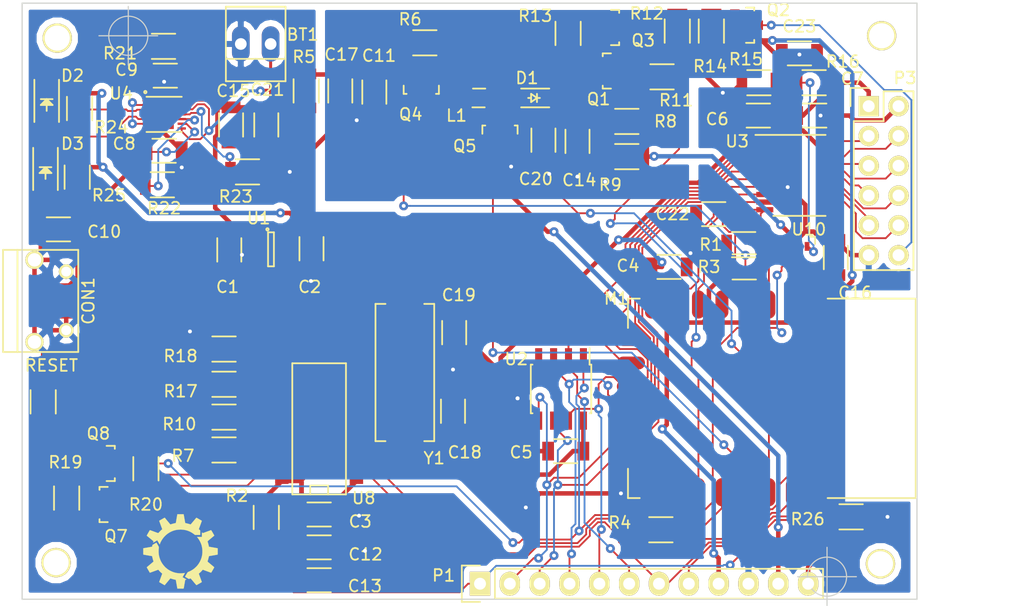
<source format=kicad_pcb>
(kicad_pcb (version 4) (host pcbnew 4.0.4+e1-6308~48~ubuntu16.04.1-stable)
  (layers (0 F.Cu signal) (31 B.Cu signal) (34 B.Paste user) (35 F.Paste user) (36 B.SilkS user) (37 F.SilkS user) (38 B.Mask user) (39 F.Mask user) (44 Edge.Cuts user))
  (net 0 "")
  (net 1 +BATT)
  (net 2 /RxD)
  (net 3 /TxD)
  (net 4 3V3)
  (net 5 GND)
  (net 6 VEE)
  (net 7 "Net-(CON1-Pad2)")
  (net 8 "Net-(CON1-Pad3)")
  (net 9 "Net-(M1-Pad2)")
  (net 10 "Net-(M1-Pad3)")
  (net 11 "Net-(M1-Pad6)")
  (net 12 "Net-(M1-Pad7)")
  (net 13 "Net-(P3-Pad3)")
  (net 14 "Net-(P3-Pad4)")
  (net 15 "Net-(P3-Pad5)")
  (net 16 "Net-(P3-Pad6)")
  (net 17 "Net-(P3-Pad7)")
  (net 18 "Net-(P3-Pad8)")
  (net 19 "Net-(P3-Pad9)")
  (net 20 VPP)
  (net 21 "Net-(M1-Pad17)")
  (net 22 "Net-(M1-Pad18)")
  (net 23 "Net-(M1-Pad20)")
  (net 24 "Net-(Q1-Pad1)")
  (net 25 "Net-(Q1-Pad3)")
  (net 26 "Net-(Q2-Pad1)")
  (net 27 "Net-(Q3-Pad1)")
  (net 28 /Vps)
  (net 29 "Net-(L1-Pad1)")
  (net 30 "Net-(R15-Pad2)")
  (net 31 "Net-(C18-Pad1)")
  (net 32 "Net-(C19-Pad1)")
  (net 33 /Pulse)
  (net 34 /MISO)
  (net 35 /IO2)
  (net 36 /IO3)
  (net 37 /MOSI)
  (net 38 /~RST)
  (net 39 /~HV)
  (net 40 /HVpulse)
  (net 41 "Net-(Q7-Pad1)")
  (net 42 "Net-(R7-Pad2)")
  (net 43 "Net-(R10-Pad2)")
  (net 44 "Net-(R17-Pad2)")
  (net 45 "Net-(R18-Pad2)")
  (net 46 "Net-(P3-Pad10)")
  (net 47 "Net-(P3-Pad12)")
  (net 48 /Vpf)
  (net 49 "Net-(M1-Pad5)")
  (net 50 "Net-(BT1-Pad1)")
  (net 51 +5V)
  (net 52 "Net-(C9-Pad1)")
  (net 53 "Net-(D2-Pad2)")
  (net 54 "Net-(D2-Pad1)")
  (net 55 "Net-(D3-Pad2)")
  (net 56 "Net-(D3-Pad1)")
  (net 57 "Net-(Q7-Pad2)")
  (net 58 "Net-(Q8-Pad1)")
  (net 59 "Net-(Q8-Pad2)")
  (net 60 "Net-(R21-Pad1)")
  (net 61 "Net-(R22-Pad1)")
  (net 62 "Net-(R23-Pad1)")
  (net 63 "Net-(C22-Pad1)")
  (net 64 /SCLK)
  (net 65 /A_SEL)
  (module Resistors_SMD:R_1206 (layer F.Cu) (at 71.6 80.15 270)
    (fp_text reference R2 (at -1.85 2.5 540) (layer F.SilkS))
    (fp_text value 10K hide)
    (pad 1 smd rect (at -1.45 0 270) (size 0.9 1.7) (layers F.Cu F.Paste F.Mask) (net 4 3V3))
    (pad 2 smd rect (at 1.45 0 270) (size 0.9 1.7) (layers F.Cu F.Paste F.Mask) (net 38 /~RST))
  )
  (module Resistors_SMD:R_1206 (layer F.Cu) (at 68 74.4)
    (fp_text reference R7 (at -3.5 0.5) (layer F.SilkS))
    (fp_text value 1K hide)
    (pad 1 smd rect (at -1.45 0) (size 0.9 1.7) (layers F.Cu F.Paste F.Mask) (net 5 GND))
    (pad 2 smd rect (at 1.45 0) (size 0.9 1.7) (layers F.Cu F.Paste F.Mask) (net 42 "Net-(R7-Pad2)"))
  )
  (module Socket_Strips:Socket_Strip_Straight_1x12 (layer F.Cu) (at 89.8 85.8)
    (fp_text reference P1 (at -3.1 -0.7) (layer F.SilkS))
    (fp_text value CONN_01X12 hide)
    (pad 1 thru_hole rect (at 0 0) (size 1.7272 2.032) (drill 1.016) (layers *.Cu *.Mask F.SilkS) (net 38 /~RST))
    (pad 2 thru_hole oval (at 2.54 0) (size 1.7272 2.032) (drill 1.016) (layers *.Cu *.Mask F.SilkS) (net 37 /MOSI))
    (pad 3 thru_hole oval (at 5.08 0) (size 1.7272 2.032) (drill 1.016) (layers *.Cu *.Mask F.SilkS) (net 64 /SCLK))
    (pad 4 thru_hole oval (at 7.62 0) (size 1.7272 2.032) (drill 1.016) (layers *.Cu *.Mask F.SilkS) (net 35 /IO2))
    (pad 5 thru_hole oval (at 10.16 0) (size 1.7272 2.032) (drill 1.016) (layers *.Cu *.Mask F.SilkS) (net 36 /IO3))
    (pad 6 thru_hole oval (at 12.7 0) (size 1.7272 2.032) (drill 1.016) (layers *.Cu *.Mask F.SilkS) (net 34 /MISO))
    (pad 7 thru_hole oval (at 15.24 0) (size 1.7272 2.032) (drill 1.016) (layers *.Cu *.Mask F.SilkS) (net 3 /TxD))
    (pad 8 thru_hole oval (at 17.78 0) (size 1.7272 2.032) (drill 1.016) (layers *.Cu *.Mask F.SilkS) (net 2 /RxD))
    (pad 9 thru_hole oval (at 20.32 0) (size 1.7272 2.032) (drill 1.016) (layers *.Cu *.Mask F.SilkS) (net 4 3V3))
    (pad 10 thru_hole oval (at 22.86 0) (size 1.7272 2.032) (drill 1.016) (layers *.Cu *.Mask F.SilkS) (net 5 GND))
    (pad 11 thru_hole oval (at 25.4 0) (size 1.7272 2.032) (drill 1.016) (layers *.Cu *.Mask F.SilkS) (net 33 /Pulse))
    (pad 12 thru_hole oval (at 27.94 0) (size 1.7272 2.032) (drill 1.016) (layers *.Cu *.Mask F.SilkS) (net 20 VPP))
  )
  (module Resistors_SMD:R_1206 (layer F.Cu) (at 105.2 81.2)
    (fp_text reference R4 (at -3.5 -0.6) (layer F.SilkS))
    (fp_text value 22K hide)
    (pad 1 smd rect (at -1.45 0) (size 0.9 1.7) (layers F.Cu F.Paste F.Mask) (net 5 GND))
    (pad 2 smd rect (at 1.45 0) (size 0.9 1.7) (layers F.Cu F.Paste F.Mask) (net 65 /A_SEL))
  )
  (module Mounting_Holes:MountingHole_2-5mm (layer F.Cu) (at 124 39.1 90)
    (fp_text reference REF** hide)
    (fp_text value MountingHole_2-5mm hide)
    (pad "" np_thru_hole circle (at 0 0 90) (size 2.5 2.5) (drill 2.15) (layers *.Cu *.Mask F.SilkS))
  )
  (module Mounting_Holes:MountingHole_2-5mm (layer F.Cu) (at 123.9 84.1 90)
    (fp_text reference REF** hide)
    (fp_text value MountingHole_2-5mm hide)
    (pad "" np_thru_hole circle (at 0 0 90) (size 2.5 2.5) (drill 2.15) (layers *.Cu *.Mask F.SilkS))
  )
  (module Mounting_Holes:MountingHole_2-5mm (layer F.Cu) (at 53.7 84 90)
    (fp_text reference REF** hide)
    (fp_text value MountingHole_2-5mm hide)
    (pad "" np_thru_hole circle (at 0 0 90) (size 2.5 2.5) (drill 2.15) (layers *.Cu *.Mask F.SilkS))
  )
  (module Mounting_Holes:MountingHole_2-5mm (layer F.Cu) (at 53.8 39.3 90)
    (fp_text reference REF** hide)
    (fp_text value MountingHole_2-5mm hide)
    (pad "" np_thru_hole circle (at 0 0 90) (size 2.5 2.5) (drill 2.15) (layers *.Cu *.Mask F.SilkS))
  )
  (module SMD_Packages:SO-16-N (layer F.Cu) (at 76.1 72.6 90)
    (fp_text reference U8 (at -5.9 3.8 180) (layer F.SilkS))
    (fp_text value CH340G hide)
    (pad 16 smd rect (at -4.445 -3.175 90) (size 0.508 1.143) (layers F.Cu F.Paste F.Mask) (net 4 3V3))
    (pad 14 smd rect (at -1.905 -3.175 90) (size 0.508 1.143) (layers F.Cu F.Paste F.Mask) (net 57 "Net-(Q7-Pad2)"))
    (pad 13 smd rect (at -0.635 -3.175 90) (size 0.508 1.143) (layers F.Cu F.Paste F.Mask) (net 59 "Net-(Q8-Pad2)"))
    (pad 12 smd rect (at 0.635 -3.175 90) (size 0.508 1.143) (layers F.Cu F.Paste F.Mask) (net 42 "Net-(R7-Pad2)"))
    (pad 11 smd rect (at 1.905 -3.175 90) (size 0.508 1.143) (layers F.Cu F.Paste F.Mask) (net 43 "Net-(R10-Pad2)"))
    (pad 10 smd rect (at 3.175 -3.175 90) (size 0.508 1.143) (layers F.Cu F.Paste F.Mask) (net 44 "Net-(R17-Pad2)"))
    (pad 9 smd rect (at 4.445 -3.175 90) (size 0.508 1.143) (layers F.Cu F.Paste F.Mask) (net 45 "Net-(R18-Pad2)"))
    (pad 8 smd rect (at 4.445 3.175 90) (size 0.508 1.143) (layers F.Cu F.Paste F.Mask) (net 32 "Net-(C19-Pad1)"))
    (pad 7 smd rect (at 3.175 3.175 90) (size 0.508 1.143) (layers F.Cu F.Paste F.Mask) (net 31 "Net-(C18-Pad1)"))
    (pad 6 smd rect (at 1.905 3.175 90) (size 0.508 1.143) (layers F.Cu F.Paste F.Mask) (net 7 "Net-(CON1-Pad2)"))
    (pad 5 smd rect (at 0.635 3.175 90) (size 0.508 1.143) (layers F.Cu F.Paste F.Mask) (net 8 "Net-(CON1-Pad3)"))
    (pad 4 smd rect (at -0.635 3.175 90) (size 0.508 1.143) (layers F.Cu F.Paste F.Mask) (net 4 3V3))
    (pad 3 smd rect (at -1.905 3.175 90) (size 0.508 1.143) (layers F.Cu F.Paste F.Mask) (net 2 /RxD))
    (pad 2 smd rect (at -3.175 3.175 90) (size 0.508 1.143) (layers F.Cu F.Paste F.Mask) (net 3 /TxD))
    (pad 1 smd rect (at -4.445 3.175 90) (size 0.508 1.143) (layers F.Cu F.Paste F.Mask) (net 5 GND))
    (pad 15 smd rect (at -3.175 -3.175 90) (size 0.508 1.143) (layers F.Cu F.Paste F.Mask))
  )
  (module Resistors_SMD:R_1206 (layer F.Cu) (at 68 68.8)
    (fp_text reference R17 (at -3.7 0.6) (layer F.SilkS))
    (fp_text value 1K hide)
    (pad 1 smd rect (at -1.45 0) (size 0.9 1.7) (layers F.Cu F.Paste F.Mask) (net 5 GND))
    (pad 2 smd rect (at 1.45 0) (size 0.9 1.7) (layers F.Cu F.Paste F.Mask) (net 44 "Net-(R17-Pad2)"))
  )
  (module Capacitors_SMD:C_1206 (layer F.Cu) (at 68.45 57.35 270)
    (fp_text reference C1 (at 3.15 0.15 360) (layer F.SilkS))
    (fp_text value "1 µF" hide)
    (pad 1 smd rect (at -1.5 0 270) (size 1 1.6) (layers F.Cu F.Paste F.Mask) (net 1 +BATT))
    (pad 2 smd rect (at 1.5 0 270) (size 1 1.6) (layers F.Cu F.Paste F.Mask) (net 5 GND))
  )
  (module Connect:PINHEAD1-2 (layer F.Cu) (at 70.7 39.8 180)
    (fp_text reference BT1 (at -4 0.8 180) (layer F.SilkS))
    (fp_text value LiPo hide)
    (pad 1 thru_hole oval (at -1.27 0 180) (size 1.50622 3.01498) (drill 0.99822) (layers *.Cu *.Mask) (net 50 "Net-(BT1-Pad1)"))
    (pad 2 thru_hole oval (at 1.27 0 180) (size 1.50622 3.01498) (drill 0.99822) (layers *.Cu *.Mask) (net 5 GND))
  )
  (module Connect:USB_Micro-B (layer F.Cu) (at 53 61.7 270)
    (fp_text reference CON1 (at 0 -3.45 270) (layer F.SilkS))
    (fp_text value USB_OTG hide)
    (pad 1 smd rect (at -1.3009 -1.56254) (size 1.35 0.4) (layers F.Cu F.Paste F.Mask) (net 51 +5V))
    (pad 2 smd rect (at -0.6509 -1.56254) (size 1.35 0.4) (layers F.Cu F.Paste F.Mask) (net 7 "Net-(CON1-Pad2)"))
    (pad 3 smd rect (at -0.0009 -1.56254) (size 1.35 0.4) (layers F.Cu F.Paste F.Mask) (net 8 "Net-(CON1-Pad3)"))
    (pad 4 smd rect (at 0.6491 -1.56254) (size 1.35 0.4) (layers F.Cu F.Paste F.Mask))
    (pad 5 smd rect (at 1.2991 -1.56254) (size 1.35 0.4) (layers F.Cu F.Paste F.Mask) (net 5 GND))
    (pad 6 thru_hole circle (at -2.5009 -1.56254) (size 1.25 1.25) (drill 0.85) (layers *.Cu *.Mask F.SilkS) (net 5 GND))
    (pad 6 thru_hole circle (at 2.4991 -1.56254) (size 1.25 1.25) (drill 0.85) (layers *.Cu *.Mask F.SilkS) (net 5 GND))
    (pad 6 thru_hole circle (at -3.5009 1.13746) (size 1.55 1.55) (drill 1.15) (layers *.Cu *.Mask F.SilkS) (net 5 GND))
    (pad 6 thru_hole circle (at 3.4991 1.13746) (size 1.55 1.55) (drill 1.15) (layers *.Cu *.Mask F.SilkS) (net 5 GND))
  )
  (module Housings_SOIC:SOIC-8_3.9x4.9mm_Pitch1.27mm (layer F.Cu) (at 96.7 69.2 270)
    (fp_text reference U2 (at -2.544 3.81 360) (layer F.SilkS))
    (fp_text value 23LC1024 hide)
    (pad 1 smd rect (at -2.7 -1.905 270) (size 1.55 0.6) (layers F.Cu F.Paste F.Mask) (net 22 "Net-(M1-Pad18)"))
    (pad 2 smd rect (at -2.7 -0.635 270) (size 1.55 0.6) (layers F.Cu F.Paste F.Mask) (net 34 /MISO))
    (pad 3 smd rect (at -2.7 0.635 270) (size 1.55 0.6) (layers F.Cu F.Paste F.Mask) (net 35 /IO2))
    (pad 4 smd rect (at -2.7 1.905 270) (size 1.55 0.6) (layers F.Cu F.Paste F.Mask) (net 5 GND))
    (pad 5 smd rect (at 2.7 1.905 270) (size 1.55 0.6) (layers F.Cu F.Paste F.Mask) (net 37 /MOSI))
    (pad 6 smd rect (at 2.7 0.635 270) (size 1.55 0.6) (layers F.Cu F.Paste F.Mask) (net 64 /SCLK))
    (pad 7 smd rect (at 2.7 -0.635 270) (size 1.55 0.6) (layers F.Cu F.Paste F.Mask) (net 36 /IO3))
    (pad 8 smd rect (at 2.7 -1.905 270) (size 1.55 0.6) (layers F.Cu F.Paste F.Mask) (net 4 3V3))
  )
  (module "Uprogrammer FPs:ESP-12E" (layer F.Cu) (at 118.4 62 270)
    (fp_text reference M1 (at -0.5 17 360) (layer F.SilkS))
    (fp_text value ESP-12E hide)
    (pad 9 smd oval (at 2.99 15.75) (size 2.4 1.1) (layers F.Cu F.Paste F.Mask))
    (pad 10 smd oval (at 4.99 15.75) (size 2.4 1.1) (layers F.Cu F.Paste F.Mask) (net 34 /MISO))
    (pad 11 smd oval (at 6.99 15.75) (size 2.4 1.1) (layers F.Cu F.Paste F.Mask) (net 36 /IO3))
    (pad 12 smd oval (at 8.99 15.75) (size 2.4 1.1) (layers F.Cu F.Paste F.Mask) (net 35 /IO2))
    (pad 13 smd oval (at 10.99 15.75) (size 2.4 1.1) (layers F.Cu F.Paste F.Mask) (net 37 /MOSI))
    (pad 14 smd oval (at 12.99 15.75) (size 2.4 1.1) (layers F.Cu F.Paste F.Mask) (net 64 /SCLK))
    (pad 1 smd rect (at 0 0 270) (size 2.4 1.1) (layers F.Cu F.Paste F.Mask) (net 38 /~RST))
    (pad 2 smd oval (at 0 2 270) (size 2.4 1.1) (layers F.Cu F.Paste F.Mask) (net 9 "Net-(M1-Pad2)"))
    (pad 3 smd oval (at 0 4 270) (size 2.4 1.1) (layers F.Cu F.Paste F.Mask) (net 10 "Net-(M1-Pad3)"))
    (pad 4 smd oval (at 0 6 270) (size 2.4 1.1) (layers F.Cu F.Paste F.Mask) (net 39 /~HV))
    (pad 5 smd oval (at 0 8 270) (size 2.4 1.1) (layers F.Cu F.Paste F.Mask) (net 49 "Net-(M1-Pad5)"))
    (pad 6 smd oval (at 0 10 270) (size 2.4 1.1) (layers F.Cu F.Paste F.Mask) (net 11 "Net-(M1-Pad6)"))
    (pad 7 smd oval (at 0 12 270) (size 2.4 1.1) (layers F.Cu F.Paste F.Mask) (net 12 "Net-(M1-Pad7)"))
    (pad 8 smd oval (at 0 14 270) (size 2.4 1.1) (layers F.Cu F.Paste F.Mask) (net 4 3V3))
    (pad 15 smd oval (at 16 14 270) (size 2.4 1.1) (layers F.Cu F.Paste F.Mask) (net 5 GND))
    (pad 16 smd oval (at 16 12 270) (size 2.4 1.1) (layers F.Cu F.Paste F.Mask) (net 65 /A_SEL))
    (pad 17 smd oval (at 16 10 270) (size 2.4 1.1) (layers F.Cu F.Paste F.Mask) (net 21 "Net-(M1-Pad17)"))
    (pad 18 smd oval (at 16 8 270) (size 2.4 1.1) (layers F.Cu F.Paste F.Mask) (net 22 "Net-(M1-Pad18)"))
    (pad 19 smd oval (at 16 6 270) (size 2.4 1.1) (layers F.Cu F.Paste F.Mask) (net 40 /HVpulse))
    (pad 20 smd oval (at 16 4 270) (size 2.4 1.1) (layers F.Cu F.Paste F.Mask) (net 23 "Net-(M1-Pad20)"))
    (pad 21 smd oval (at 16 2 270) (size 2.4 1.1) (layers F.Cu F.Paste F.Mask) (net 3 /TxD))
    (pad 22 smd oval (at 16 0 270) (size 2.4 1.1) (layers F.Cu F.Paste F.Mask) (net 2 /RxD))
  )
  (module Diodes_SMD:SOD-323 (layer F.Cu) (at 94.4 44.4 180)
    (fp_text reference D1 (at 0.6 1.7 360) (layer F.SilkS))
    (fp_text value SD103 hide)
    (pad 1 smd rect (at -1.055 0 180) (size 0.59 0.45) (layers F.Cu F.Paste F.Mask) (net 20 VPP))
    (pad 2 smd rect (at 1.055 0 180) (size 0.59 0.45) (layers F.Cu F.Paste F.Mask) (net 33 /Pulse))
  )
  (module Capacitors_SMD:C_1206 (layer F.Cu) (at 75.45 57.25 270)
    (fp_text reference C2 (at 3.25 0.15 360) (layer F.SilkS))
    (fp_text value "1 µF" hide)
    (pad 1 smd rect (at -1.5 0 270) (size 1 1.6) (layers F.Cu F.Paste F.Mask) (net 4 3V3))
    (pad 2 smd rect (at 1.5 0 270) (size 1 1.6) (layers F.Cu F.Paste F.Mask) (net 5 GND))
  )
  (module Capacitors_SMD:C_1206 (layer F.Cu) (at 76.1 79.9)
    (fp_text reference C3 (at 3.5 0.6 180) (layer F.SilkS))
    (fp_text value "0.1 µF" hide)
    (pad 1 smd rect (at -1.5 0) (size 1 1.6) (layers F.Cu F.Paste F.Mask) (net 4 3V3))
    (pad 2 smd rect (at 1.5 0) (size 1 1.6) (layers F.Cu F.Paste F.Mask) (net 5 GND))
  )
  (module Capacitors_SMD:C_1206 (layer F.Cu) (at 105.9 58.8)
    (fp_text reference C4 (at -3.5 -0.1 180) (layer F.SilkS))
    (fp_text value "0.1 µF" hide)
    (pad 1 smd rect (at -1.5 0) (size 1 1.6) (layers F.Cu F.Paste F.Mask) (net 4 3V3))
    (pad 2 smd rect (at 1.5 0) (size 1 1.6) (layers F.Cu F.Paste F.Mask) (net 5 GND))
  )
  (module Capacitors_SMD:C_1206 (layer F.Cu) (at 97.1 74.5)
    (fp_text reference C5 (at -3.8 0.1 180) (layer F.SilkS))
    (fp_text value "0.1 µF" hide)
    (pad 1 smd rect (at -1.5 0) (size 1 1.6) (layers F.Cu F.Paste F.Mask) (net 5 GND))
    (pad 2 smd rect (at 1.5 0) (size 1 1.6) (layers F.Cu F.Paste F.Mask) (net 4 3V3))
  )
  (module Capacitors_SMD:C_1206 (layer F.Cu) (at 113.5 45.9)
    (fp_text reference C6 (at -3.5 0.3) (layer F.SilkS))
    (fp_text value "0.1 µF" hide)
    (pad 1 smd rect (at -1.5 0) (size 1 1.6) (layers F.Cu F.Paste F.Mask) (net 5 GND))
    (pad 2 smd rect (at 1.5 0) (size 1 1.6) (layers F.Cu F.Paste F.Mask) (net 4 3V3))
  )
  (module Capacitors_SMD:C_1206 (layer F.Cu) (at 53.9 55.6 180)
    (fp_text reference C10 (at -3.9 -0.2 180) (layer F.SilkS))
    (fp_text value "0.1 µF" hide)
    (pad 1 smd rect (at -1.5 0 180) (size 1 1.6) (layers F.Cu F.Paste F.Mask) (net 51 +5V))
    (pad 2 smd rect (at 1.5 0 180) (size 1 1.6) (layers F.Cu F.Paste F.Mask) (net 5 GND))
  )
  (module Capacitors_SMD:C_1206 (layer F.Cu) (at 80.8 43.9 270)
    (fp_text reference C11 (at -3.1 -0.4 360) (layer F.SilkS))
    (fp_text value "2.2 µF 25V" hide)
    (pad 1 smd rect (at -1.5 0 270) (size 1 1.6) (layers F.Cu F.Paste F.Mask) (net 48 /Vpf))
    (pad 2 smd rect (at 1.5 0 270) (size 1 1.6) (layers F.Cu F.Paste F.Mask) (net 5 GND))
  )
  (module Capacitors_SMD:C_1206 (layer F.Cu) (at 76.1 82.7)
    (fp_text reference C12 (at 3.95 0.6) (layer F.SilkS))
    (fp_text value "10 µF" hide)
    (pad 1 smd rect (at -1.5 0) (size 1 1.6) (layers F.Cu F.Paste F.Mask) (net 4 3V3))
    (pad 2 smd rect (at 1.5 0) (size 1 1.6) (layers F.Cu F.Paste F.Mask) (net 5 GND))
  )
  (module Capacitors_SMD:C_1206 (layer F.Cu) (at 76.1 85.5)
    (fp_text reference C13 (at 3.9 0.5) (layer F.SilkS))
    (fp_text value "0.1 µF" hide)
    (pad 1 smd rect (at -1.5 0) (size 1 1.6) (layers F.Cu F.Paste F.Mask) (net 4 3V3))
    (pad 2 smd rect (at 1.5 0) (size 1 1.6) (layers F.Cu F.Paste F.Mask) (net 5 GND))
  )
  (module Capacitors_SMD:C_1206 (layer F.Cu) (at 98.1 48.1 270)
    (fp_text reference C14 (at 3.3 -0.15 360) (layer F.SilkS))
    (fp_text value "2.2 µF 25V" hide)
    (pad 1 smd rect (at -1.5 0 270) (size 1 1.6) (layers F.Cu F.Paste F.Mask) (net 20 VPP))
    (pad 2 smd rect (at 1.5 0 270) (size 1 1.6) (layers F.Cu F.Paste F.Mask) (net 5 GND))
  )
  (module Capacitors_SMD:C_1206 (layer F.Cu) (at 120.1 58 90)
    (fp_text reference C16 (at -3 1.65 180) (layer F.SilkS))
    (fp_text value "0.1 µF" hide)
    (pad 1 smd rect (at -1.5 0 90) (size 1 1.6) (layers F.Cu F.Paste F.Mask) (net 4 3V3))
    (pad 2 smd rect (at 1.5 0 90) (size 1 1.6) (layers F.Cu F.Paste F.Mask) (net 5 GND))
  )
  (module Capacitors_SMD:C_1206 (layer F.Cu) (at 77.9 43.8 270)
    (fp_text reference C17 (at -3.1 -0.1 360) (layer F.SilkS))
    (fp_text value "100 µF" hide)
    (pad 1 smd rect (at -1.5 0 270) (size 1 1.6) (layers F.Cu F.Paste F.Mask) (net 48 /Vpf))
    (pad 2 smd rect (at 1.5 0 270) (size 1 1.6) (layers F.Cu F.Paste F.Mask) (net 5 GND))
  )
  (module Capacitors_SMD:C_1206 (layer F.Cu) (at 87.5 71.1 90)
    (fp_text reference C18 (at -3.5 1 180) (layer F.SilkS))
    (fp_text value "22 pF" hide)
    (pad 1 smd rect (at -1.5 0 90) (size 1 1.6) (layers F.Cu F.Paste F.Mask) (net 31 "Net-(C18-Pad1)"))
    (pad 2 smd rect (at 1.5 0 90) (size 1 1.6) (layers F.Cu F.Paste F.Mask) (net 5 GND))
  )
  (module Capacitors_SMD:C_1206 (layer F.Cu) (at 87.6 64.4 270)
    (fp_text reference C19 (at -3.2 -0.4 360) (layer F.SilkS))
    (fp_text value "22 pF" hide)
    (pad 1 smd rect (at -1.5 0 270) (size 1 1.6) (layers F.Cu F.Paste F.Mask) (net 32 "Net-(C19-Pad1)"))
    (pad 2 smd rect (at 1.5 0 270) (size 1 1.6) (layers F.Cu F.Paste F.Mask) (net 5 GND))
  )
  (module Capacitors_SMD:C_1206 (layer F.Cu) (at 95.2 48 270)
    (fp_text reference C20 (at 3.3 0.65 360) (layer F.SilkS))
    (fp_text value "0.1 µF" hide)
    (pad 1 smd rect (at -1.5 0 270) (size 1 1.6) (layers F.Cu F.Paste F.Mask) (net 20 VPP))
    (pad 2 smd rect (at 1.5 0 270) (size 1 1.6) (layers F.Cu F.Paste F.Mask) (net 5 GND))
  )
  (module Choke_SMD:Choke_SMD_1206_Standard (layer F.Cu) (at 89.7 44.4)
    (fp_text reference L1 (at -1.9 1.5 180) (layer F.SilkS))
    (fp_text value "2.2 µH" hide)
    (pad 1 smd rect (at -1.80086 0) (size 1.6002 1.19888) (layers F.Cu F.Paste F.Mask) (net 29 "Net-(L1-Pad1)"))
    (pad 2 smd rect (at 1.80086 0) (size 1.6002 1.19888) (layers F.Cu F.Paste F.Mask) (net 33 /Pulse))
  )
  (module Pin_Headers:Pin_Header_Straight_2x06 (layer F.Cu) (at 122.9 45.1)
    (fp_text reference P3 (at 3.1 -2.4) (layer F.SilkS))
    (fp_text value CONN_12 hide)
    (pad 1 thru_hole rect (at 0 0) (size 1.7272 1.7272) (drill 1.016) (layers *.Cu *.Mask F.SilkS) (net 6 VEE))
    (pad 2 thru_hole oval (at 2.54 0) (size 1.7272 1.7272) (drill 1.016) (layers *.Cu *.Mask F.SilkS) (net 5 GND))
    (pad 3 thru_hole oval (at 0 2.54) (size 1.7272 1.7272) (drill 1.016) (layers *.Cu *.Mask F.SilkS) (net 13 "Net-(P3-Pad3)"))
    (pad 4 thru_hole oval (at 2.54 2.54) (size 1.7272 1.7272) (drill 1.016) (layers *.Cu *.Mask F.SilkS) (net 14 "Net-(P3-Pad4)"))
    (pad 5 thru_hole oval (at 0 5.08) (size 1.7272 1.7272) (drill 1.016) (layers *.Cu *.Mask F.SilkS) (net 15 "Net-(P3-Pad5)"))
    (pad 6 thru_hole oval (at 2.54 5.08) (size 1.7272 1.7272) (drill 1.016) (layers *.Cu *.Mask F.SilkS) (net 16 "Net-(P3-Pad6)"))
    (pad 7 thru_hole oval (at 0 7.62) (size 1.7272 1.7272) (drill 1.016) (layers *.Cu *.Mask F.SilkS) (net 17 "Net-(P3-Pad7)"))
    (pad 8 thru_hole oval (at 2.54 7.62) (size 1.7272 1.7272) (drill 1.016) (layers *.Cu *.Mask F.SilkS) (net 18 "Net-(P3-Pad8)"))
    (pad 9 thru_hole oval (at 0 10.16) (size 1.7272 1.7272) (drill 1.016) (layers *.Cu *.Mask F.SilkS) (net 19 "Net-(P3-Pad9)"))
    (pad 10 thru_hole oval (at 2.54 10.16) (size 1.7272 1.7272) (drill 1.016) (layers *.Cu *.Mask F.SilkS) (net 46 "Net-(P3-Pad10)"))
    (pad 11 thru_hole oval (at 0 12.7) (size 1.7272 1.7272) (drill 1.016) (layers *.Cu *.Mask F.SilkS) (net 5 GND))
    (pad 12 thru_hole oval (at 2.54 12.7) (size 1.7272 1.7272) (drill 1.016) (layers *.Cu *.Mask F.SilkS) (net 47 "Net-(P3-Pad12)"))
  )
  (module Resistors_SMD:R_1206 (layer F.Cu) (at 112.3 58.8)
    (fp_text reference R3 (at -3 0 180) (layer F.SilkS))
    (fp_text value 10K hide)
    (pad 1 smd rect (at -1.45 0) (size 0.9 1.7) (layers F.Cu F.Paste F.Mask) (net 4 3V3))
    (pad 2 smd rect (at 1.45 0) (size 0.9 1.7) (layers F.Cu F.Paste F.Mask) (net 10 "Net-(M1-Pad3)"))
  )
  (module Resistors_SMD:R_1206 (layer F.Cu) (at 75 43.8 90)
    (fp_text reference R5 (at 2.9 -0.2 180) (layer F.SilkS))
    (fp_text value 47 hide)
    (pad 1 smd rect (at -1.45 0 90) (size 0.9 1.7) (layers F.Cu F.Paste F.Mask) (net 1 +BATT))
    (pad 2 smd rect (at 1.45 0 90) (size 0.9 1.7) (layers F.Cu F.Paste F.Mask) (net 48 /Vpf))
  )
  (module Resistors_SMD:R_1206 (layer F.Cu) (at 85.1 39.7 180)
    (fp_text reference R6 (at 1.25 2 180) (layer F.SilkS))
    (fp_text value 10K hide)
    (pad 1 smd rect (at -1.45 0 180) (size 0.9 1.7) (layers F.Cu F.Paste F.Mask) (net 39 /~HV))
    (pad 2 smd rect (at 1.45 0 180) (size 0.9 1.7) (layers F.Cu F.Paste F.Mask) (net 48 /Vpf))
  )
  (module Resistors_SMD:R_1206 (layer F.Cu) (at 102.3 46.4)
    (fp_text reference R8 (at 3.3 0 180) (layer F.SilkS))
    (fp_text value 100K hide)
    (pad 1 smd rect (at -1.45 0) (size 0.9 1.7) (layers F.Cu F.Paste F.Mask) (net 20 VPP))
    (pad 2 smd rect (at 1.45 0) (size 0.9 1.7) (layers F.Cu F.Paste F.Mask) (net 28 /Vps))
  )
  (module Resistors_SMD:R_1206 (layer F.Cu) (at 102.3 49.4 180)
    (fp_text reference R9 (at 1.4 -2.4 360) (layer F.SilkS))
    (fp_text value 4.99K hide)
    (pad 1 smd rect (at -1.45 0 180) (size 0.9 1.7) (layers F.Cu F.Paste F.Mask) (net 28 /Vps))
    (pad 2 smd rect (at 1.45 0 180) (size 0.9 1.7) (layers F.Cu F.Paste F.Mask) (net 5 GND))
  )
  (module Resistors_SMD:R_1206 (layer F.Cu) (at 68 71.6)
    (fp_text reference R10 (at -3.8 0.6) (layer F.SilkS))
    (fp_text value 1K hide)
    (pad 1 smd rect (at -1.45 0) (size 0.9 1.7) (layers F.Cu F.Paste F.Mask) (net 5 GND))
    (pad 2 smd rect (at 1.45 0) (size 0.9 1.7) (layers F.Cu F.Paste F.Mask) (net 43 "Net-(R10-Pad2)"))
  )
  (module Resistors_SMD:R_1206 (layer F.Cu) (at 105.3 42.6)
    (fp_text reference R11 (at 1.2 2 180) (layer F.SilkS))
    (fp_text value 10K hide)
    (pad 1 smd rect (at -1.45 0) (size 0.9 1.7) (layers F.Cu F.Paste F.Mask) (net 24 "Net-(Q1-Pad1)"))
    (pad 2 smd rect (at 1.45 0) (size 0.9 1.7) (layers F.Cu F.Paste F.Mask) (net 21 "Net-(M1-Pad17)"))
  )
  (module Resistors_SMD:R_1206 (layer F.Cu) (at 106.6 38.7 270)
    (fp_text reference R12 (at -1.5 2.6 360) (layer F.SilkS))
    (fp_text value 10K hide)
    (pad 1 smd rect (at -1.45 0 270) (size 0.9 1.7) (layers F.Cu F.Paste F.Mask) (net 26 "Net-(Q2-Pad1)"))
    (pad 2 smd rect (at 1.45 0 270) (size 0.9 1.7) (layers F.Cu F.Paste F.Mask) (net 25 "Net-(Q1-Pad3)"))
  )
  (module Resistors_SMD:R_1206 (layer F.Cu) (at 97.3 38.9 270)
    (fp_text reference R13 (at -1.5 2.8 360) (layer F.SilkS))
    (fp_text value 10K hide)
    (pad 1 smd rect (at -1.45 0 270) (size 0.9 1.7) (layers F.Cu F.Paste F.Mask) (net 27 "Net-(Q3-Pad1)"))
    (pad 2 smd rect (at 1.45 0 270) (size 0.9 1.7) (layers F.Cu F.Paste F.Mask) (net 23 "Net-(M1-Pad20)"))
  )
  (module Resistors_SMD:R_1206 (layer F.Cu) (at 109.5 38.7 90)
    (fp_text reference R14 (at -3 -0.1 180) (layer F.SilkS))
    (fp_text value 100K hide)
    (pad 1 smd rect (at -1.45 0 90) (size 0.9 1.7) (layers F.Cu F.Paste F.Mask) (net 20 VPP))
    (pad 2 smd rect (at 1.45 0 90) (size 0.9 1.7) (layers F.Cu F.Paste F.Mask) (net 26 "Net-(Q2-Pad1)"))
  )
  (module Resistors_SMD:R_1206 (layer F.Cu) (at 113.55 43.1)
    (fp_text reference R15 (at -1.1 -2 180) (layer F.SilkS))
    (fp_text value 1M hide)
    (pad 1 smd rect (at -1.45 0) (size 0.9 1.7) (layers F.Cu F.Paste F.Mask) (net 5 GND))
    (pad 2 smd rect (at 1.45 0) (size 0.9 1.7) (layers F.Cu F.Paste F.Mask) (net 30 "Net-(R15-Pad2)"))
  )
  (module Resistors_SMD:R_1206 (layer F.Cu) (at 118.25 43.1)
    (fp_text reference R16 (at 2.45 -1.8 180) (layer F.SilkS))
    (fp_text value 1M hide)
    (pad 1 smd rect (at -1.45 0) (size 0.9 1.7) (layers F.Cu F.Paste F.Mask) (net 30 "Net-(R15-Pad2)"))
    (pad 2 smd rect (at 1.45 0) (size 0.9 1.7) (layers F.Cu F.Paste F.Mask) (net 6 VEE))
  )
  (module Resistors_SMD:R_1206 (layer F.Cu) (at 68 65.8)
    (fp_text reference R18 (at -3.7 0.6) (layer F.SilkS))
    (fp_text value 1K hide)
    (pad 1 smd rect (at -1.45 0) (size 0.9 1.7) (layers F.Cu F.Paste F.Mask) (net 5 GND))
    (pad 2 smd rect (at 1.45 0) (size 0.9 1.7) (layers F.Cu F.Paste F.Mask) (net 45 "Net-(R18-Pad2)"))
  )
  (module Resistors_SMD:R_1206 (layer F.Cu) (at 54.6 78.5 90)
    (fp_text reference R19 (at 3.05 -0.1 360) (layer F.SilkS))
    (fp_text value 10K hide)
    (pad 1 smd rect (at -1.45 0 90) (size 0.9 1.7) (layers F.Cu F.Paste F.Mask) (net 41 "Net-(Q7-Pad1)"))
    (pad 2 smd rect (at 1.45 0 90) (size 0.9 1.7) (layers F.Cu F.Paste F.Mask) (net 59 "Net-(Q8-Pad2)"))
  )
  (module Resistors_SMD:R_1206 (layer F.Cu) (at 61.35 76 270)
    (fp_text reference R20 (at 3.05 0 540) (layer F.SilkS))
    (fp_text value 10K hide)
    (pad 1 smd rect (at -1.45 0 270) (size 0.9 1.7) (layers F.Cu F.Paste F.Mask) (net 58 "Net-(Q8-Pad1)"))
    (pad 2 smd rect (at 1.45 0 270) (size 0.9 1.7) (layers F.Cu F.Paste F.Mask) (net 57 "Net-(Q7-Pad2)"))
  )
  (module Crystals:Crystal_HC49-SD_SMD (layer F.Cu) (at 83.4 67.8 90)
    (fp_text reference Y1 (at -7.3 2.5 180) (layer F.SilkS))
    (fp_text value "12 Mhz" hide)
    (pad 1 smd rect (at -4.84886 0 90) (size 5.6007 2.10058) (layers F.Cu F.Paste F.Mask) (net 31 "Net-(C18-Pad1)"))
    (pad 2 smd rect (at 4.84886 0 90) (size 5.6007 2.10058) (layers F.Cu F.Paste F.Mask) (net 32 "Net-(C19-Pad1)"))
  )
  (module Capacitors_SMD:C_1206 (layer F.Cu) (at 118.3 45.9)
    (fp_text reference C7 (at 3.2 -3.15) (layer F.SilkS))
    (fp_text value "0.1 µF" hide)
    (pad 1 smd rect (at -1.5 0) (size 1 1.6) (layers F.Cu F.Paste F.Mask) (net 6 VEE))
    (pad 2 smd rect (at 1.5 0) (size 1 1.6) (layers F.Cu F.Paste F.Mask) (net 5 GND))
  )
  (module Capacitors_SMD:C_1206 (layer F.Cu) (at 62.9 48.9)
    (fp_text reference C8 (at -3.4 -0.6) (layer F.SilkS))
    (fp_text value "1 µF" hide)
    (pad 1 smd rect (at -1.5 0) (size 1 1.6) (layers F.Cu F.Paste F.Mask) (net 51 +5V))
    (pad 2 smd rect (at 1.5 0) (size 1 1.6) (layers F.Cu F.Paste F.Mask) (net 5 GND))
  )
  (module Capacitors_SMD:C_1206 (layer F.Cu) (at 63 42.5 180)
    (fp_text reference C9 (at 3.3 0.5 180) (layer F.SilkS))
    (fp_text value "0.1 uF" hide)
    (pad 1 smd rect (at -1.5 0 180) (size 1 1.6) (layers F.Cu F.Paste F.Mask) (net 52 "Net-(C9-Pad1)"))
    (pad 2 smd rect (at 1.5 0 180) (size 1 1.6) (layers F.Cu F.Paste F.Mask) (net 5 GND))
  )
  (module Capacitors_SMD:C_1206 (layer F.Cu) (at 68.6 46.7 270)
    (fp_text reference C15 (at -2.9 -0.2 360) (layer F.SilkS))
    (fp_text value "1 µF" hide)
    (pad 1 smd rect (at -1.5 0 270) (size 1 1.6) (layers F.Cu F.Paste F.Mask) (net 1 +BATT))
    (pad 2 smd rect (at 1.5 0 270) (size 1 1.6) (layers F.Cu F.Paste F.Mask) (net 5 GND))
  )
  (module Capacitors_SMD:C_1206 (layer F.Cu) (at 71.6 46.7 270)
    (fp_text reference C21 (at -3 -0.1 360) (layer F.SilkS))
    (fp_text value "10 µF" hide)
    (pad 1 smd rect (at -1.5 0 270) (size 1 1.6) (layers F.Cu F.Paste F.Mask) (net 50 "Net-(BT1-Pad1)"))
    (pad 2 smd rect (at 1.5 0 270) (size 1 1.6) (layers F.Cu F.Paste F.Mask) (net 5 GND))
  )
  (module LEDs:LED_1206 (layer F.Cu) (at 52.9 45 270)
    (fp_text reference D2 (at -2.5 -2.2 360) (layer F.SilkS))
    (fp_text value Red hide)
    (pad 2 smd rect (at 1.41986 0 90) (size 1.59766 1.80086) (layers F.Cu F.Paste F.Mask) (net 53 "Net-(D2-Pad2)"))
    (pad 1 smd rect (at -1.41986 0 90) (size 1.59766 1.80086) (layers F.Cu F.Paste F.Mask) (net 54 "Net-(D2-Pad1)"))
  )
  (module LEDs:LED_1206 (layer F.Cu) (at 52.8 50.8 270)
    (fp_text reference D3 (at -2.5 -2.3 360) (layer F.SilkS))
    (fp_text value Green hide)
    (pad 2 smd rect (at 1.41986 0 90) (size 1.59766 1.80086) (layers F.Cu F.Paste F.Mask) (net 55 "Net-(D3-Pad2)"))
    (pad 1 smd rect (at -1.41986 0 90) (size 1.59766 1.80086) (layers F.Cu F.Paste F.Mask) (net 56 "Net-(D3-Pad1)"))
  )
  (module TO_SOT_Packages_SMD:SOT-23 (layer F.Cu) (at 100.9 42.1 90)
    (fp_text reference Q1 (at -2.4 -1 180) (layer F.SilkS))
    (fp_text value BSS138L hide)
    (pad 1 smd rect (at -0.95 1.00076 90) (size 0.8001 0.8001) (layers F.Cu F.Paste F.Mask) (net 24 "Net-(Q1-Pad1)"))
    (pad 2 smd rect (at 0.95 1.00076 90) (size 0.8001 0.8001) (layers F.Cu F.Paste F.Mask) (net 5 GND))
    (pad 3 smd rect (at 0 -0.99822 90) (size 0.8001 0.8001) (layers F.Cu F.Paste F.Mask) (net 25 "Net-(Q1-Pad3)"))
  )
  (module TO_SOT_Packages_SMD:SOT-23 (layer F.Cu) (at 112.5 38.2 270)
    (fp_text reference Q2 (at -1.3 -2.7 360) (layer F.SilkS))
    (fp_text value MMBT3906 hide)
    (pad 1 smd rect (at -0.95 1.00076 270) (size 0.8001 0.8001) (layers F.Cu F.Paste F.Mask) (net 26 "Net-(Q2-Pad1)"))
    (pad 2 smd rect (at 0.95 1.00076 270) (size 0.8001 0.8001) (layers F.Cu F.Paste F.Mask) (net 20 VPP))
    (pad 3 smd rect (at 0 -0.99822 270) (size 0.8001 0.8001) (layers F.Cu F.Paste F.Mask) (net 47 "Net-(P3-Pad12)"))
  )
  (module TO_SOT_Packages_SMD:SOT-23 (layer F.Cu) (at 101 38.4 270)
    (fp_text reference Q3 (at 1.1 -2.7 360) (layer F.SilkS))
    (fp_text value MMBT3904 hide)
    (pad 1 smd rect (at -0.95 1.00076 270) (size 0.8001 0.8001) (layers F.Cu F.Paste F.Mask) (net 27 "Net-(Q3-Pad1)"))
    (pad 2 smd rect (at 0.95 1.00076 270) (size 0.8001 0.8001) (layers F.Cu F.Paste F.Mask) (net 5 GND))
    (pad 3 smd rect (at 0 -0.99822 270) (size 0.8001 0.8001) (layers F.Cu F.Paste F.Mask) (net 47 "Net-(P3-Pad12)"))
  )
  (module TO_SOT_Packages_SMD:SOT-23 (layer F.Cu) (at 84.8 43.4 180)
    (fp_text reference Q4 (at 0.9 -2.4 180) (layer F.SilkS))
    (fp_text value BSS84 hide)
    (pad 1 smd rect (at -0.95 1.00076 180) (size 0.8001 0.8001) (layers F.Cu F.Paste F.Mask) (net 39 /~HV))
    (pad 2 smd rect (at 0.95 1.00076 180) (size 0.8001 0.8001) (layers F.Cu F.Paste F.Mask) (net 48 /Vpf))
    (pad 3 smd rect (at 0 -0.99822 180) (size 0.8001 0.8001) (layers F.Cu F.Paste F.Mask) (net 29 "Net-(L1-Pad1)"))
  )
  (module TO_SOT_Packages_SMD:SOT-23 (layer F.Cu) (at 91.5 47.4)
    (fp_text reference Q5 (at -3 1.1) (layer F.SilkS))
    (fp_text value BSS138L hide)
    (pad 1 smd rect (at -0.95 1.00076) (size 0.8001 0.8001) (layers F.Cu F.Paste F.Mask) (net 40 /HVpulse))
    (pad 2 smd rect (at 0.95 1.00076) (size 0.8001 0.8001) (layers F.Cu F.Paste F.Mask) (net 5 GND))
    (pad 3 smd rect (at 0 -0.99822) (size 0.8001 0.8001) (layers F.Cu F.Paste F.Mask) (net 33 /Pulse))
  )
  (module TO_SOT_Packages_SMD:SOT-23 (layer F.Cu) (at 58.04822 79.05 90)
    (fp_text reference Q7 (at -2.7 0.75178 180) (layer F.SilkS))
    (fp_text value MMBT3904 hide)
    (pad 1 smd rect (at -0.95 1.00076 90) (size 0.8001 0.8001) (layers F.Cu F.Paste F.Mask) (net 41 "Net-(Q7-Pad1)"))
    (pad 2 smd rect (at 0.95 1.00076 90) (size 0.8001 0.8001) (layers F.Cu F.Paste F.Mask) (net 57 "Net-(Q7-Pad2)"))
    (pad 3 smd rect (at 0 -0.99822 90) (size 0.8001 0.8001) (layers F.Cu F.Paste F.Mask) (net 38 /~RST))
  )
  (module TO_SOT_Packages_SMD:SOT-23 (layer F.Cu) (at 58.05178 75.55 270)
    (fp_text reference Q8 (at -2.55 0.75178 360) (layer F.SilkS))
    (fp_text value MMBT3904 hide)
    (pad 1 smd rect (at -0.95 1.00076 270) (size 0.8001 0.8001) (layers F.Cu F.Paste F.Mask) (net 58 "Net-(Q8-Pad1)"))
    (pad 2 smd rect (at 0.95 1.00076 270) (size 0.8001 0.8001) (layers F.Cu F.Paste F.Mask) (net 59 "Net-(Q8-Pad2)"))
    (pad 3 smd rect (at 0 -0.99822 270) (size 0.8001 0.8001) (layers F.Cu F.Paste F.Mask) (net 22 "Net-(M1-Pad18)"))
  )
  (module Resistors_SMD:R_1206 (layer F.Cu) (at 62.85 40)
    (fp_text reference R21 (at -3.7 0.6) (layer F.SilkS))
    (fp_text value 150K hide)
    (pad 1 smd rect (at -1.45 0) (size 0.9 1.7) (layers F.Cu F.Paste F.Mask) (net 60 "Net-(R21-Pad1)"))
    (pad 2 smd rect (at 1.45 0) (size 0.9 1.7) (layers F.Cu F.Paste F.Mask) (net 5 GND))
  )
  (module Resistors_SMD:R_1206 (layer F.Cu) (at 62.75 51.8)
    (fp_text reference R22 (at 0.15 2) (layer F.SilkS))
    (fp_text value 100K hide)
    (pad 1 smd rect (at -1.45 0) (size 0.9 1.7) (layers F.Cu F.Paste F.Mask) (net 61 "Net-(R22-Pad1)"))
    (pad 2 smd rect (at 1.45 0) (size 0.9 1.7) (layers F.Cu F.Paste F.Mask) (net 5 GND))
  )
  (module Resistors_SMD:R_1206 (layer F.Cu) (at 70 50.7)
    (fp_text reference R23 (at -1 2.1) (layer F.SilkS))
    (fp_text value 10K hide)
    (pad 1 smd rect (at -1.45 0) (size 0.9 1.7) (layers F.Cu F.Paste F.Mask) (net 62 "Net-(R23-Pad1)"))
    (pad 2 smd rect (at 1.45 0) (size 0.9 1.7) (layers F.Cu F.Paste F.Mask) (net 5 GND))
  )
  (module Resistors_SMD:R_1206 (layer F.Cu) (at 55.7 45.3 270)
    (fp_text reference R24 (at 1.6 -2.7 360) (layer F.SilkS))
    (fp_text value 200 hide)
    (pad 1 smd rect (at -1.45 0 270) (size 0.9 1.7) (layers F.Cu F.Paste F.Mask) (net 4 3V3))
    (pad 2 smd rect (at 1.45 0 270) (size 0.9 1.7) (layers F.Cu F.Paste F.Mask) (net 53 "Net-(D2-Pad2)"))
  )
  (module Resistors_SMD:R_1206 (layer F.Cu) (at 55.5 51.15 270)
    (fp_text reference R25 (at 1.55 -2.7 360) (layer F.SilkS))
    (fp_text value 200 hide)
    (pad 1 smd rect (at -1.45 0 270) (size 0.9 1.7) (layers F.Cu F.Paste F.Mask) (net 4 3V3))
    (pad 2 smd rect (at 1.45 0 270) (size 0.9 1.7) (layers F.Cu F.Paste F.Mask) (net 55 "Net-(D3-Pad2)"))
  )
  (module Resistors_SMD:R_1206 (layer F.Cu) (at 121.4 80.1)
    (fp_text reference R26 (at -3.7 0.2) (layer F.SilkS))
    (fp_text value 20K hide)
    (pad 1 smd rect (at -1.45 0) (size 0.9 1.7) (layers F.Cu F.Paste F.Mask) (net 20 VPP))
    (pad 2 smd rect (at 1.45 0) (size 0.9 1.7) (layers F.Cu F.Paste F.Mask) (net 5 GND))
  )
  (module TO_SOT_Packages_SMD:SOT-23-5 (layer F.Cu) (at 72 57.3)
    (fp_text reference U1 (at -1.05 -2.65 180) (layer F.SilkS))
    (fp_text value AP2112K-3.3 hide)
    (pad 1 smd rect (at -1.1 -0.95) (size 1.06 0.65) (layers F.Cu F.Paste F.Mask) (net 1 +BATT))
    (pad 2 smd rect (at -1.1 0) (size 1.06 0.65) (layers F.Cu F.Paste F.Mask) (net 5 GND))
    (pad 3 smd rect (at -1.1 0.95) (size 1.06 0.65) (layers F.Cu F.Paste F.Mask) (net 1 +BATT))
    (pad 4 smd rect (at 1.1 0.95) (size 1.06 0.65) (layers F.Cu F.Paste F.Mask))
    (pad 5 smd rect (at 1.1 -0.95) (size 1.06 0.65) (layers F.Cu F.Paste F.Mask) (net 4 3V3))
  )
  (module UprogrammerFPs:DFN-14-1EP_3x3mm_Pitch0.4mm (layer F.Cu) (at 62.85 45.91)
    (fp_text reference U4 (at -3.6 -1.9) (layer F.SilkS))
    (fp_text value AAT3672-4.2-1 hide)
    (pad 1 smd rect (at -1.45 -1.31) (size 0.7 0.2) (layers F.Cu F.Paste F.Mask) (net 60 "Net-(R21-Pad1)"))
    (pad 2 smd rect (at -1.45 -0.91) (size 0.7 0.2) (layers F.Cu F.Paste F.Mask) (net 51 +5V))
    (pad 3 smd rect (at -1.45 -0.51) (size 0.7 0.2) (layers F.Cu F.Paste F.Mask) (net 54 "Net-(D2-Pad1)"))
    (pad 4 smd rect (at -1.45 -0.11) (size 0.7 0.2) (layers F.Cu F.Paste F.Mask) (net 5 GND))
    (pad 5 smd rect (at -1.45 0.29) (size 0.7 0.2) (layers F.Cu F.Paste F.Mask) (net 56 "Net-(D3-Pad1)"))
    (pad 6 smd rect (at -1.45 0.69) (size 0.7 0.2) (layers F.Cu F.Paste F.Mask) (net 51 +5V))
    (pad 7 smd rect (at -1.45 1.09) (size 0.7 0.2) (layers F.Cu F.Paste F.Mask) (net 51 +5V))
    (pad 8 smd rect (at 1.55 1.09) (size 0.7 0.2) (layers F.Cu F.Paste F.Mask) (net 50 "Net-(BT1-Pad1)"))
    (pad 9 smd rect (at 1.55 0.69) (size 0.7 0.2) (layers F.Cu F.Paste F.Mask) (net 51 +5V))
    (pad 10 smd rect (at 1.55 0.29) (size 0.7 0.2) (layers F.Cu F.Paste F.Mask) (net 61 "Net-(R22-Pad1)"))
    (pad 11 smd rect (at 1.55 -0.11) (size 0.7 0.2) (layers F.Cu F.Paste F.Mask) (net 62 "Net-(R23-Pad1)"))
    (pad 12 smd rect (at 1.55 -0.51) (size 0.7 0.2) (layers F.Cu F.Paste F.Mask) (net 50 "Net-(BT1-Pad1)"))
    (pad 13 smd rect (at 1.55 -0.91) (size 0.7 0.2) (layers F.Cu F.Paste F.Mask) (net 1 +BATT))
    (pad 14 smd rect (at 1.55 -1.31) (size 0.7 0.2) (layers F.Cu F.Paste F.Mask) (net 52 "Net-(C9-Pad1)"))
    (pad EP smd rect (at 0.05 -0.11) (size 1.65 2.5) (layers F.Cu F.Paste F.Mask) (net 5 GND))
  )
  (module TO_SOT_Packages_SMD:SC-70-6 (layer F.Cu) (at 117 58 180)
    (fp_text reference U10 (at -0.8 2.4 180) (layer F.SilkS))
    (fp_text value NC7SB3157 hide)
    (pad 1 smd rect (at -0.65024 0.94996 180) (size 0.39878 0.7493) (layers F.Cu F.Paste F.Mask) (net 30 "Net-(R15-Pad2)"))
    (pad 2 smd rect (at 0 0.94996 180) (size 0.39878 0.7493) (layers F.Cu F.Paste F.Mask) (net 5 GND))
    (pad 3 smd rect (at 0.65024 0.94996 180) (size 0.39878 0.7493) (layers F.Cu F.Paste F.Mask) (net 28 /Vps))
    (pad 4 smd rect (at 0.65024 -0.94996 180) (size 0.39878 0.7493) (layers F.Cu F.Paste F.Mask) (net 9 "Net-(M1-Pad2)"))
    (pad 5 smd rect (at 0 -0.94996 180) (size 0.39878 0.7493) (layers F.Cu F.Paste F.Mask) (net 4 3V3))
    (pad 6 smd rect (at -0.65024 -0.94996 180) (size 0.39878 0.7493) (layers F.Cu F.Paste F.Mask) (net 65 /A_SEL))
  )
  (module Resistors_SMD:R_1206 (layer F.Cu) (at 52.6 70.3 270)
    (fp_text reference SW1 hide)
    (fp_text value RESET (at -3.1 -0.7 360) (layer F.SilkS))
    (pad 1 smd rect (at -1.45 0 270) (size 0.9 1.7) (layers F.Cu F.Paste F.Mask) (net 5 GND))
    (pad 2 smd rect (at 1.45 0 270) (size 0.9 1.7) (layers F.Cu F.Paste F.Mask) (net 38 /~RST))
  )
  (module Capacitors_SMD:C_1206 (layer F.Cu) (at 109.7 54.3 180)
    (fp_text reference C22 (at 3.5 0 180) (layer F.SilkS))
    (fp_text value "0.1 µF" hide)
    (pad 1 smd rect (at -1.5 0 180) (size 1 1.6) (layers F.Cu F.Paste F.Mask) (net 63 "Net-(C22-Pad1)"))
    (pad 2 smd rect (at 1.5 0 180) (size 1 1.6) (layers F.Cu F.Paste F.Mask) (net 5 GND))
  )
  (module Resistors_SMD:R_1206 (layer F.Cu) (at 112.25 56.9)
    (fp_text reference R1 (at -2.8 0) (layer F.SilkS))
    (fp_text value 100k hide)
    (pad 1 smd rect (at -1.45 0) (size 0.9 1.7) (layers F.Cu F.Paste F.Mask) (net 4 3V3))
    (pad 2 smd rect (at 1.45 0) (size 0.9 1.7) (layers F.Cu F.Paste F.Mask) (net 63 "Net-(C22-Pad1)"))
  )
  (module Housings_SSOP:TSSOP-20_4.4x6.5mm_Pitch0.65mm (layer F.Cu) (at 117 51)
    (fp_text reference U3 (at -5.3 -2.9) (layer F.SilkS))
    (fp_text value TXS0108PWR hide)
    (pad 1 smd rect (at -2.95 -2.925) (size 1.45 0.45) (layers F.Cu F.Paste F.Mask) (net 34 /MISO))
    (pad 2 smd rect (at -2.95 -2.275) (size 1.45 0.45) (layers F.Cu F.Paste F.Mask) (net 4 3V3))
    (pad 3 smd rect (at -2.95 -1.625) (size 1.45 0.45) (layers F.Cu F.Paste F.Mask) (net 36 /IO3))
    (pad 4 smd rect (at -2.95 -0.975) (size 1.45 0.45) (layers F.Cu F.Paste F.Mask) (net 35 /IO2))
    (pad 5 smd rect (at -2.95 -0.325) (size 1.45 0.45) (layers F.Cu F.Paste F.Mask) (net 37 /MOSI))
    (pad 6 smd rect (at -2.95 0.325) (size 1.45 0.45) (layers F.Cu F.Paste F.Mask) (net 64 /SCLK))
    (pad 7 smd rect (at -2.95 0.975) (size 1.45 0.45) (layers F.Cu F.Paste F.Mask) (net 12 "Net-(M1-Pad7)"))
    (pad 8 smd rect (at -2.95 1.625) (size 1.45 0.45) (layers F.Cu F.Paste F.Mask) (net 11 "Net-(M1-Pad6)"))
    (pad 9 smd rect (at -2.95 2.275) (size 1.45 0.45) (layers F.Cu F.Paste F.Mask) (net 49 "Net-(M1-Pad5)"))
    (pad 10 smd rect (at -2.95 2.925) (size 1.45 0.45) (layers F.Cu F.Paste F.Mask) (net 63 "Net-(C22-Pad1)"))
    (pad 11 smd rect (at 2.95 2.925) (size 1.45 0.45) (layers F.Cu F.Paste F.Mask) (net 5 GND))
    (pad 12 smd rect (at 2.95 2.275) (size 1.45 0.45) (layers F.Cu F.Paste F.Mask) (net 46 "Net-(P3-Pad10)"))
    (pad 13 smd rect (at 2.95 1.625) (size 1.45 0.45) (layers F.Cu F.Paste F.Mask) (net 19 "Net-(P3-Pad9)"))
    (pad 14 smd rect (at 2.95 0.975) (size 1.45 0.45) (layers F.Cu F.Paste F.Mask) (net 18 "Net-(P3-Pad8)"))
    (pad 15 smd rect (at 2.95 0.325) (size 1.45 0.45) (layers F.Cu F.Paste F.Mask) (net 17 "Net-(P3-Pad7)"))
    (pad 16 smd rect (at 2.95 -0.325) (size 1.45 0.45) (layers F.Cu F.Paste F.Mask) (net 16 "Net-(P3-Pad6)"))
    (pad 17 smd rect (at 2.95 -0.975) (size 1.45 0.45) (layers F.Cu F.Paste F.Mask) (net 15 "Net-(P3-Pad5)"))
    (pad 18 smd rect (at 2.95 -1.625) (size 1.45 0.45) (layers F.Cu F.Paste F.Mask) (net 14 "Net-(P3-Pad4)"))
    (pad 19 smd rect (at 2.95 -2.275) (size 1.45 0.45) (layers F.Cu F.Paste F.Mask) (net 6 VEE))
    (pad 20 smd rect (at 2.95 -2.925) (size 1.45 0.45) (layers F.Cu F.Paste F.Mask) (net 13 "Net-(P3-Pad3)"))
  )
  (module Capacitors_SMD:C_1206 (layer F.Cu) (at 117 40.6)
    (fp_text reference C23 (at 0 -2.3) (layer F.SilkS))
    (fp_text value "1 µF" hide)
    (pad 1 smd rect (at -1.5 0) (size 1 1.6) (layers F.Cu F.Paste F.Mask) (net 20 VPP))
    (pad 2 smd rect (at 1.5 0) (size 1 1.6) (layers F.Cu F.Paste F.Mask) (net 5 GND))
  )
  (module UprogrammerFPs:PILogo1 (layer F.Cu) (at 64.3 83.05)
    (fp_text reference Ref** hide)
    (fp_text value Val** hide)
    (pad "" smd circle (at 0 0) (size 5 5) (layers F.Cu))
  )
  (target plus (at 59.85 39.1) (size 5) (width 0.1) (layer Edge.Cuts))
  (target plus (at 119.35 85.2) (size 5) (width 0.1) (layer Edge.Cuts))
  (gr_line (start 127.01 36.32) (end 50.81 36.32) (angle 90) (layer Edge.Cuts) (width 0.1))
  (gr_line (start 127.01 87.12) (end 127.01 36.32) (angle 90) (layer Edge.Cuts) (width 0.1))
  (gr_line (start 50.81 87.12) (end 127.01 87.12) (angle 90) (layer Edge.Cuts) (width 0.1))
  (gr_line (start 50.81 36.32) (end 50.81 87.12) (angle 90) (layer Edge.Cuts) (width 0.1))
  (segment (start 66.682956 44.634214) (end 67.248742 45.2) (width 0.1524) (layer F.Cu) (net 1))
  (segment (start 65.251732 45) (end 65.617518 44.634214) (width 0.1524) (layer F.Cu) (net 1))
  (segment (start 67.248742 53.767742) (end 68.45 54.969) (width 0.381) (layer F.Cu) (net 1))
  (segment (start 67.443122 47.527309) (end 67.248742 47.721689) (width 0.381) (layer F.Cu) (net 1))
  (segment (start 67.443122 45.39438) (end 67.443122 47.527309) (width 0.381) (layer F.Cu) (net 1))
  (segment (start 64.4 45) (end 65.251732 45) (width 0.1524) (layer F.Cu) (net 1))
  (segment (start 67.248742 47.721689) (end 67.248742 53.767742) (width 0.381) (layer F.Cu) (net 1))
  (segment (start 67.248742 45.2) (end 67.443122 45.39438) (width 0.381) (layer F.Cu) (net 1))
  (segment (start 65.617518 44.634214) (end 66.682956 44.634214) (width 0.1524) (layer F.Cu) (net 1))
  (segment (start 68.45 54.969) (end 68.45 55.85) (width 0.381) (layer F.Cu) (net 1))
  (segment (start 67.238742 45.19) (end 67.248742 45.2) (width 0.254) (layer F.Cu) (net 1))
  (segment (start 70.9 56.35) (end 71.422222 56.35) (width 0.381) (layer F.Cu) (net 1))
  (segment (start 71.422222 56.35) (end 71.772901 56.700679) (width 0.381) (layer F.Cu) (net 1))
  (segment (start 71.772901 56.700679) (end 71.772901 57.899321) (width 0.381) (layer F.Cu) (net 1))
  (segment (start 71.772901 57.899321) (end 71.422222 58.25) (width 0.381) (layer F.Cu) (net 1))
  (segment (start 71.422222 58.25) (end 70.9 58.25) (width 0.381) (layer F.Cu) (net 1))
  (segment (start 68.45 55.85) (end 70.4 55.85) (width 0.381) (layer F.Cu) (net 1))
  (segment (start 70.4 55.85) (end 70.9 56.35) (width 0.381) (layer F.Cu) (net 1))
  (segment (start 67.248742 45.2) (end 68.6 45.2) (width 0.381) (layer F.Cu) (net 1))
  (segment (start 75 45.25) (end 74.6 45.25) (width 0.381) (layer F.Cu) (net 1))
  (segment (start 74.6 45.25) (end 73.807099 46.042901) (width 0.381) (layer F.Cu) (net 1))
  (segment (start 73.807099 46.042901) (end 70.623901 46.042901) (width 0.381) (layer F.Cu) (net 1))
  (segment (start 70.623901 46.042901) (end 69.781 45.2) (width 0.381) (layer F.Cu) (net 1))
  (segment (start 69.781 45.2) (end 68.6 45.2) (width 0.381) (layer F.Cu) (net 1))
  (segment (start 102.942895 82.909619) (end 101.946389 81.913113) (width 0.1524) (layer F.Cu) (net 2))
  (segment (start 114.697409 79.453711) (end 114.52862 79.453712) (width 0.1524) (layer F.Cu) (net 2))
  (segment (start 101.946389 81.913113) (end 101.946389 80.901714) (width 0.1524) (layer F.Cu) (net 2))
  (segment (start 115.17861 78.97251) (end 114.697409 79.453711) (width 0.1524) (layer F.Cu) (net 2))
  (segment (start 108.442833 81.980781) (end 107.513995 82.909619) (width 0.1524) (layer F.Cu) (net 2))
  (segment (start 79.5925 74.505) (end 79.275 74.505) (width 0.1524) (layer F.Cu) (net 2))
  (segment (start 112.001551 81.980781) (end 108.442833 81.980781) (width 0.1524) (layer F.Cu) (net 2))
  (segment (start 99.712198 80.254525) (end 98.845259 81.121464) (width 0.1524) (layer F.Cu) (net 2))
  (segment (start 101.946389 80.901714) (end 101.2992 80.254525) (width 0.1524) (layer F.Cu) (net 2))
  (segment (start 116.07749 76.57139) (end 115.17861 77.47027) (width 0.1524) (layer F.Cu) (net 2))
  (segment (start 118.4 78) (end 118.4 77.35) (width 0.1524) (layer F.Cu) (net 2))
  (segment (start 93.631065 83.2) (end 88.2875 83.2) (width 0.1524) (layer F.Cu) (net 2))
  (segment (start 107.513995 82.909619) (end 102.942895 82.909619) (width 0.1524) (layer F.Cu) (net 2))
  (segment (start 101.2992 80.254525) (end 99.712198 80.254525) (width 0.1524) (layer F.Cu) (net 2))
  (segment (start 88.2875 83.2) (end 79.5925 74.505) (width 0.1524) (layer F.Cu) (net 2))
  (segment (start 98.099647 82.338221) (end 94.492844 82.338221) (width 0.1524) (layer F.Cu) (net 2))
  (segment (start 117.62139 76.57139) (end 116.07749 76.57139) (width 0.1524) (layer F.Cu) (net 2))
  (segment (start 94.492844 82.338221) (end 93.631065 83.2) (width 0.1524) (layer F.Cu) (net 2))
  (segment (start 114.52862 79.453712) (end 112.001551 81.980781) (width 0.1524) (layer F.Cu) (net 2))
  (segment (start 118.4 77.35) (end 117.62139 76.57139) (width 0.1524) (layer F.Cu) (net 2))
  (segment (start 98.845259 81.592609) (end 98.099647 82.338221) (width 0.1524) (layer F.Cu) (net 2))
  (segment (start 98.845259 81.121464) (end 98.845259 81.592609) (width 0.1524) (layer F.Cu) (net 2))
  (segment (start 115.17861 77.47027) (end 115.17861 78.97251) (width 0.1524) (layer F.Cu) (net 2))
  (segment (start 109.407391 82.590399) (end 107.58 84.41779) (width 0.1524) (layer F.Cu) (net 2))
  (segment (start 112.254065 82.590399) (end 109.407391 82.590399) (width 0.1524) (layer F.Cu) (net 2))
  (segment (start 116.98667 80.06333) (end 114.781134 80.06333) (width 0.1524) (layer F.Cu) (net 2))
  (segment (start 118.4 78.65) (end 116.98667 80.06333) (width 0.1524) (layer F.Cu) (net 2))
  (segment (start 118.4 78) (end 118.4 78.65) (width 0.1524) (layer F.Cu) (net 2))
  (segment (start 114.781134 80.06333) (end 112.254065 82.590399) (width 0.1524) (layer F.Cu) (net 2))
  (segment (start 107.58 84.6316) (end 107.58 85.8) (width 0.1524) (layer F.Cu) (net 2))
  (segment (start 107.58 84.41779) (end 107.58 84.6316) (width 0.1524) (layer F.Cu) (net 2))
  (segment (start 99.15007 81.24772) (end 99.15007 81.718865) (width 0.1524) (layer F.Cu) (net 3))
  (segment (start 101.641578 81.777246) (end 100.423668 80.559336) (width 0.1524) (layer F.Cu) (net 3))
  (segment (start 93.757322 83.504811) (end 87.32231 83.50481) (width 0.1524) (layer F.Cu) (net 3))
  (segment (start 105.04 85.6476) (end 101.641578 82.249178) (width 0.1524) (layer F.Cu) (net 3))
  (segment (start 98.225903 82.643032) (end 94.6191 82.643032) (width 0.1524) (layer F.Cu) (net 3))
  (segment (start 94.6191 82.643032) (end 93.757322 83.504811) (width 0.1524) (layer F.Cu) (net 3))
  (segment (start 79.5925 75.775) (end 79.275 75.775) (width 0.1524) (layer F.Cu) (net 3))
  (segment (start 87.32231 83.50481) (end 79.5925 75.775) (width 0.1524) (layer F.Cu) (net 3))
  (segment (start 101.641578 82.249178) (end 101.641578 81.777246) (width 0.1524) (layer F.Cu) (net 3))
  (segment (start 100.423668 80.559336) (end 99.838454 80.559336) (width 0.1524) (layer F.Cu) (net 3))
  (segment (start 99.15007 81.718865) (end 98.225903 82.643032) (width 0.1524) (layer F.Cu) (net 3))
  (segment (start 99.838454 80.559336) (end 99.15007 81.24772) (width 0.1524) (layer F.Cu) (net 3))
  (segment (start 105.919124 85.6476) (end 105.04 85.6476) (width 0.1524) (layer F.Cu) (net 3))
  (segment (start 114.654877 79.758521) (end 112.127808 82.28559) (width 0.1524) (layer F.Cu) (net 3))
  (segment (start 116.4 78.65) (end 115.291479 79.758521) (width 0.1524) (layer F.Cu) (net 3))
  (segment (start 115.291479 79.758521) (end 114.654877 79.758521) (width 0.1524) (layer F.Cu) (net 3))
  (segment (start 109.281134 82.28559) (end 105.919124 85.6476) (width 0.1524) (layer F.Cu) (net 3))
  (segment (start 112.127808 82.28559) (end 109.281134 82.28559) (width 0.1524) (layer F.Cu) (net 3))
  (segment (start 116.4 78) (end 116.4 78.65) (width 0.1524) (layer F.Cu) (net 3))
  (segment (start 105.04 85.6476) (end 105.04 85.8) (width 0.1524) (layer F.Cu) (net 3))
  (segment (start 71.6 78.7) (end 71.6 78.37) (width 0.381) (layer F.Cu) (net 4))
  (segment (start 71.6 78.37) (end 72.925 77.045) (width 0.381) (layer F.Cu) (net 4))
  (segment (start 98.6 74.5) (end 97.719 74.5) (width 0.381) (layer F.Cu) (net 4))
  (segment (start 95.719 76.5) (end 91.361189 76.5) (width 0.381) (layer F.Cu) (net 4))
  (segment (start 97.719 74.5) (end 95.719 76.5) (width 0.381) (layer F.Cu) (net 4))
  (segment (start 117.29291 59.783892) (end 117.29291 63.019855) (width 0.381) (layer F.Cu) (net 4))
  (segment (start 109.635622 63.54291) (end 109.573601 63.480889) (width 0.381) (layer F.Cu) (net 4))
  (segment (start 117.29291 63.019855) (end 116.769855 63.54291) (width 0.381) (layer F.Cu) (net 4))
  (segment (start 116.769855 63.54291) (end 109.635622 63.54291) (width 0.381) (layer F.Cu) (net 4))
  (segment (start 108.831876 63.480889) (end 108.769855 63.54291) (width 0.381) (layer F.Cu) (net 4))
  (segment (start 109.573601 63.480889) (end 108.831876 63.480889) (width 0.381) (layer F.Cu) (net 4))
  (segment (start 101.97154 56.5) (end 101.599976 56.5) (width 0.381) (layer F.Cu) (net 4))
  (segment (start 114.119 45.9) (end 108.385955 51.633045) (width 0.381) (layer F.Cu) (net 4))
  (segment (start 115 45.9) (end 114.119 45.9) (width 0.381) (layer F.Cu) (net 4))
  (segment (start 108.385955 51.633045) (end 106.838494 51.633045) (width 0.381) (layer F.Cu) (net 4))
  (segment (start 106.838494 51.633045) (end 101.97154 56.5) (width 0.381) (layer F.Cu) (net 4))
  (segment (start 101.599976 56.5) (end 103.394393 56.5) (width 0.381) (layer B.Cu) (net 4))
  (segment (start 114.05 48.725) (end 114.967222 48.725) (width 0.381) (layer F.Cu) (net 4))
  (segment (start 114.967222 48.725) (end 115.881 47.811222) (width 0.381) (layer F.Cu) (net 4))
  (segment (start 115.881 47.811222) (end 115.881 47.081) (width 0.381) (layer F.Cu) (net 4))
  (segment (start 115.881 47.081) (end 115 46.2) (width 0.381) (layer F.Cu) (net 4))
  (segment (start 115 46.2) (end 115 45.9) (width 0.381) (layer F.Cu) (net 4))
  (segment (start 110.8 56.9) (end 110.8 58.75) (width 0.381) (layer F.Cu) (net 4))
  (segment (start 110.8 58.75) (end 110.85 58.8) (width 0.381) (layer F.Cu) (net 4))
  (segment (start 110.75 58.7) (end 110.85 58.8) (width 0.381) (layer F.Cu) (net 4))
  (via (at 105.321853 72.617722) (size 0.762) (drill 0.3302) (layers F.Cu B.Cu) (net 4))
  (segment (start 109.7 76.995869) (end 105.702852 72.998721) (width 0.381) (layer B.Cu) (net 4))
  (segment (start 105.702852 63.952852) (end 105.702852 72.236723) (width 0.381) (layer F.Cu) (net 4))
  (segment (start 109.7 83.2) (end 109.7 76.995869) (width 0.381) (layer B.Cu) (net 4))
  (segment (start 105.702852 72.236723) (end 105.321853 72.617722) (width 0.381) (layer F.Cu) (net 4))
  (segment (start 105.2 63.45) (end 105.702852 63.952852) (width 0.381) (layer F.Cu) (net 4))
  (segment (start 105.702852 72.998721) (end 105.321853 72.617722) (width 0.381) (layer B.Cu) (net 4))
  (segment (start 104.910212 58.015819) (end 105.291211 58.396818) (width 0.381) (layer B.Cu) (net 4))
  (segment (start 105.291211 58.789789) (end 105.291211 58.396818) (width 0.381) (layer F.Cu) (net 4))
  (segment (start 104.4 58.8) (end 105.281 58.8) (width 0.381) (layer F.Cu) (net 4))
  (segment (start 103.394393 56.5) (end 104.910212 58.015819) (width 0.381) (layer B.Cu) (net 4))
  (segment (start 105.281 58.8) (end 105.291211 58.789789) (width 0.381) (layer F.Cu) (net 4))
  (via (at 105.291211 58.396818) (size 0.762) (drill 0.3302) (layers F.Cu B.Cu) (net 4))
  (segment (start 73.338815 54.200006) (end 72.8 54.200006) (width 0.381) (layer F.Cu) (net 4))
  (segment (start 73.600006 54.200006) (end 73.338815 54.200006) (width 0.381) (layer F.Cu) (net 4))
  (segment (start 75.15 55.75) (end 73.600006 54.200006) (width 0.381) (layer F.Cu) (net 4))
  (segment (start 75.45 55.75) (end 75.15 55.75) (width 0.381) (layer F.Cu) (net 4))
  (segment (start 72.261185 54.200006) (end 72.8 54.200006) (width 0.381) (layer B.Cu) (net 4))
  (segment (start 61.600006 54.200006) (end 72.261185 54.200006) (width 0.381) (layer B.Cu) (net 4))
  (segment (start 57.7 50.3) (end 61.600006 54.200006) (width 0.381) (layer B.Cu) (net 4))
  (via (at 72.8 54.200006) (size 0.762) (drill 0.3302) (layers F.Cu B.Cu) (net 4))
  (segment (start 57.319001 44.280999) (end 57.6 44) (width 0.381) (layer B.Cu) (net 4))
  (segment (start 57.319001 49.919001) (end 57.319001 44.280999) (width 0.381) (layer B.Cu) (net 4))
  (segment (start 57.7 50.3) (end 57.319001 49.919001) (width 0.381) (layer B.Cu) (net 4))
  (segment (start 91.557049 67.802498) (end 91.557049 66.542927) (width 0.381) (layer F.Cu) (net 4))
  (segment (start 101.218977 56.880999) (end 101.599976 56.5) (width 0.381) (layer F.Cu) (net 4))
  (via (at 101.599976 56.5) (size 0.762) (drill 0.3302) (layers F.Cu B.Cu) (net 4))
  (segment (start 91.557049 66.542927) (end 101.218977 56.880999) (width 0.381) (layer F.Cu) (net 4))
  (segment (start 91.557049 76.30414) (end 91.557049 67.802498) (width 0.381) (layer F.Cu) (net 4))
  (segment (start 88.742901 62.125679) (end 82.367222 55.75) (width 0.381) (layer F.Cu) (net 4))
  (segment (start 91.557049 67.802498) (end 88.742901 64.98835) (width 0.381) (layer F.Cu) (net 4))
  (segment (start 76.631 55.75) (end 75.45 55.75) (width 0.381) (layer F.Cu) (net 4))
  (segment (start 88.742901 64.98835) (end 88.742901 62.125679) (width 0.381) (layer F.Cu) (net 4))
  (segment (start 82.367222 55.75) (end 76.631 55.75) (width 0.381) (layer F.Cu) (net 4))
  (segment (start 82.8575 76.5) (end 91.361189 76.5) (width 0.381) (layer F.Cu) (net 4))
  (segment (start 91.361189 76.5) (end 91.557049 76.30414) (width 0.381) (layer F.Cu) (net 4))
  (segment (start 79.5925 73.235) (end 82.8575 76.5) (width 0.381) (layer F.Cu) (net 4))
  (segment (start 110.12 83.62) (end 109.7 83.2) (width 0.381) (layer F.Cu) (net 4))
  (via (at 109.7 83.2) (size 0.762) (drill 0.3302) (layers F.Cu B.Cu) (net 4))
  (segment (start 110.12 85.8) (end 110.12 83.62) (width 0.381) (layer F.Cu) (net 4))
  (segment (start 72.6075 77.045) (end 72.925 77.045) (width 0.381) (layer F.Cu) (net 4))
  (segment (start 74.6 85.5) (end 74.6 82.7) (width 0.381) (layer F.Cu) (net 4))
  (segment (start 74.5125 77.045) (end 74.6 77.1325) (width 0.381) (layer F.Cu) (net 4))
  (segment (start 74.6 77.1325) (end 74.6 82.7) (width 0.381) (layer F.Cu) (net 4))
  (segment (start 74.6 77.1325) (end 74.6 79.9) (width 0.381) (layer F.Cu) (net 4))
  (segment (start 79.275 73.235) (end 78.3225 73.235) (width 0.381) (layer F.Cu) (net 4))
  (segment (start 78.3225 73.235) (end 74.5125 77.045) (width 0.381) (layer F.Cu) (net 4))
  (segment (start 74.5125 77.045) (end 73.8775 77.045) (width 0.381) (layer F.Cu) (net 4))
  (segment (start 73.8775 77.045) (end 72.925 77.045) (width 0.381) (layer F.Cu) (net 4))
  (segment (start 79.5925 73.235) (end 79.275 73.235) (width 0.381) (layer F.Cu) (net 4))
  (segment (start 57.6 44) (end 55.85 44) (width 0.381) (layer F.Cu) (net 4))
  (segment (start 55.85 44) (end 55.7 43.85) (width 0.381) (layer F.Cu) (net 4))
  (via (at 57.6 44) (size 0.762) (drill 0.3302) (layers F.Cu B.Cu) (net 4))
  (segment (start 57.7 50.3) (end 56.1 50.3) (width 0.381) (layer F.Cu) (net 4))
  (segment (start 56.1 50.3) (end 55.5 49.7) (width 0.381) (layer F.Cu) (net 4))
  (via (at 57.7 50.3) (size 0.762) (drill 0.3302) (layers F.Cu B.Cu) (net 4))
  (segment (start 73.1 56.35) (end 74.85 56.35) (width 0.381) (layer F.Cu) (net 4))
  (segment (start 74.85 56.35) (end 75.45 55.75) (width 0.381) (layer F.Cu) (net 4))
  (segment (start 117.29291 59.783892) (end 118.635108 59.783892) (width 0.381) (layer F.Cu) (net 4))
  (segment (start 118.635108 59.783892) (end 118.919 59.5) (width 0.381) (layer F.Cu) (net 4))
  (segment (start 118.919 59.5) (end 120.1 59.5) (width 0.381) (layer F.Cu) (net 4))
  (segment (start 117 58.94996) (end 117 59.490982) (width 0.381) (layer F.Cu) (net 4))
  (segment (start 117 59.490982) (end 117.29291 59.783892) (width 0.381) (layer F.Cu) (net 4))
  (segment (start 105.2 63.45) (end 105.29291 63.54291) (width 0.381) (layer F.Cu) (net 4))
  (segment (start 105.29291 63.54291) (end 108.769855 63.54291) (width 0.381) (layer F.Cu) (net 4))
  (segment (start 108.769855 63.54291) (end 109.29291 63.019855) (width 0.381) (layer F.Cu) (net 4))
  (segment (start 109.29291 60.75709) (end 110.85 59.2) (width 0.381) (layer F.Cu) (net 4))
  (segment (start 109.29291 63.019855) (end 109.29291 60.75709) (width 0.381) (layer F.Cu) (net 4))
  (segment (start 110.85 59.2) (end 110.85 58.8) (width 0.381) (layer F.Cu) (net 4))
  (segment (start 98.6 74.5) (end 98.6 71.905) (width 0.381) (layer F.Cu) (net 4))
  (segment (start 98.6 71.905) (end 98.605 71.9) (width 0.381) (layer F.Cu) (net 4))
  (segment (start 104.4 62.65) (end 105.2 63.45) (width 0.381) (layer F.Cu) (net 4))
  (segment (start 104.4 62) (end 104.4 62.65) (width 0.381) (layer F.Cu) (net 4))
  (segment (start 104.4 62) (end 104.4 58.8) (width 0.381) (layer F.Cu) (net 4))
  (segment (start 117.502123 55.792267) (end 117.502123 53.502123) (width 0.381) (layer F.Cu) (net 5))
  (segment (start 117.502123 53.502123) (end 116 52) (width 0.381) (layer F.Cu) (net 5))
  (via (at 116 52) (size 0.762) (drill 0.3302) (layers F.Cu B.Cu) (net 5))
  (segment (start 94.9 78.1) (end 93.7 79.3) (width 0.381) (layer F.Cu) (net 5))
  (segment (start 101.800004 78.1) (end 94.9 78.1) (width 0.381) (layer F.Cu) (net 5))
  (via (at 93.7 79.3) (size 0.762) (drill 0.3302) (layers F.Cu B.Cu) (net 5))
  (segment (start 93 70) (end 93 72.781) (width 0.381) (layer F.Cu) (net 5))
  (segment (start 93 72.781) (end 94.719 74.5) (width 0.381) (layer F.Cu) (net 5))
  (segment (start 94.719 74.5) (end 95.6 74.5) (width 0.381) (layer F.Cu) (net 5))
  (via (at 93 70) (size 0.762) (drill 0.3302) (layers F.Cu B.Cu) (net 5))
  (segment (start 94.795 66.5) (end 94.795 68.205) (width 0.381) (layer F.Cu) (net 5))
  (segment (start 94.795 68.205) (end 93 70) (width 0.381) (layer F.Cu) (net 5))
  (via (at 93 70) (size 0.762) (drill 0.3302) (layers F.Cu B.Cu) (net 5))
  (segment (start 122.85 80.1) (end 124.5 80.1) (width 0.381) (layer F.Cu) (net 5))
  (via (at 124.5 80.1) (size 0.762) (drill 0.3302) (layers F.Cu B.Cu) (net 5))
  (segment (start 108.2 54.3) (end 107.72345 54.77655) (width 0.381) (layer F.Cu) (net 5))
  (segment (start 107.72345 54.77655) (end 107.72345 57.627188) (width 0.381) (layer F.Cu) (net 5))
  (via (at 100.459558 51.534766) (size 0.762) (drill 0.3302) (layers F.Cu B.Cu) (net 5))
  (via (at 98.1 51.1) (size 0.762) (drill 0.3302) (layers F.Cu B.Cu) (net 5))
  (via (at 95.693675 50.874675) (size 0.762) (drill 0.3302) (layers F.Cu B.Cu) (net 5))
  (via (at 92.45 50.25) (size 0.762) (drill 0.3302) (layers F.Cu B.Cu) (net 5))
  (segment (start 79.3 46.3) (end 78 46.3) (width 0.381) (layer F.Cu) (net 5))
  (segment (start 78 46.3) (end 73.6 50.7) (width 0.381) (layer F.Cu) (net 5))
  (segment (start 79.3 45.4) (end 78 45.4) (width 0.381) (layer F.Cu) (net 5))
  (segment (start 80.8 45.4) (end 79.3 45.4) (width 0.381) (layer F.Cu) (net 5))
  (segment (start 79.3 45.4) (end 79.3 46.3) (width 0.381) (layer F.Cu) (net 5))
  (via (at 79.3 46.3) (size 0.762) (drill 0.3302) (layers F.Cu B.Cu) (net 5))
  (segment (start 78 45.4) (end 77.9 45.3) (width 0.381) (layer F.Cu) (net 5))
  (segment (start 110.475898 43.956898) (end 110.475898 44.375898) (width 0.381) (layer F.Cu) (net 5))
  (segment (start 110.475898 44.375898) (end 112 45.9) (width 0.381) (layer F.Cu) (net 5))
  (segment (start 110.475898 43.956898) (end 111.243102 43.956898) (width 0.381) (layer F.Cu) (net 5))
  (segment (start 111.243102 43.956898) (end 112.1 43.1) (width 0.381) (layer F.Cu) (net 5))
  (segment (start 119.8 45.9) (end 118.8 45.9) (width 0.381) (layer F.Cu) (net 5))
  (via (at 118.8 45.9) (size 0.762) (drill 0.3302) (layers F.Cu B.Cu) (net 5))
  (segment (start 121.674499 46.306501) (end 121.267998 45.9) (width 0.381) (layer F.Cu) (net 5))
  (segment (start 121.267998 45.9) (end 119.8 45.9) (width 0.381) (layer F.Cu) (net 5))
  (segment (start 119.95 53.925) (end 119.95 56.35) (width 0.381) (layer F.Cu) (net 5))
  (segment (start 119.95 56.35) (end 120.1 56.5) (width 0.381) (layer F.Cu) (net 5))
  (segment (start 118.5 40.6) (end 117.1 40.6) (width 0.381) (layer F.Cu) (net 5))
  (segment (start 117.1 40.6) (end 117 40.7) (width 0.381) (layer F.Cu) (net 5))
  (via (at 117 40.7) (size 0.762) (drill 0.3302) (layers F.Cu B.Cu) (net 5))
  (via (at 107.72345 57.627188) (size 0.762) (drill 0.3302) (layers F.Cu B.Cu) (net 5))
  (segment (start 107.72345 58.47655) (end 107.72345 58.166003) (width 0.381) (layer F.Cu) (net 5))
  (segment (start 107.72345 58.166003) (end 107.72345 57.627188) (width 0.381) (layer F.Cu) (net 5))
  (segment (start 107.4 58.8) (end 107.72345 58.47655) (width 0.381) (layer F.Cu) (net 5))
  (segment (start 117.502123 55.792267) (end 118.082733 55.792267) (width 0.381) (layer F.Cu) (net 5))
  (segment (start 118.211267 55.792267) (end 117.502123 55.792267) (width 0.381) (layer F.Cu) (net 5))
  (segment (start 117.502123 55.792267) (end 117 56.29439) (width 0.381) (layer F.Cu) (net 5))
  (segment (start 117 56.29439) (end 117 57.05004) (width 0.381) (layer F.Cu) (net 5))
  (segment (start 117 57.05004) (end 117.023901 57.026139) (width 0.381) (layer F.Cu) (net 5))
  (segment (start 104.4 78) (end 101.900004 78) (width 0.381) (layer F.Cu) (net 5))
  (via (at 101.800004 78.1) (size 0.762) (drill 0.3302) (layers F.Cu B.Cu) (net 5))
  (segment (start 101.900004 78) (end 101.800004 78.1) (width 0.381) (layer F.Cu) (net 5))
  (via (at 62.9 43.019) (size 0.762) (drill 0.3302) (layers F.Cu B.Cu) (net 5))
  (segment (start 64.4 50.32248) (end 64.4 51.6) (width 0.381) (layer F.Cu) (net 5))
  (segment (start 64.4 48.9) (end 64.4 50.32248) (width 0.381) (layer F.Cu) (net 5))
  (via (at 64.4 50.32248) (size 0.762) (drill 0.3302) (layers F.Cu B.Cu) (net 5))
  (segment (start 108.307099 41.788099) (end 110.475898 43.956898) (width 0.381) (layer F.Cu) (net 5))
  (via (at 110.475898 43.956898) (size 0.762) (drill 0.3302) (layers F.Cu B.Cu) (net 5))
  (segment (start 108.307099 39.939877) (end 108.307099 41.788099) (width 0.381) (layer F.Cu) (net 5))
  (segment (start 101.90076 41.15) (end 102.68181 41.15) (width 0.381) (layer F.Cu) (net 5))
  (segment (start 102.68181 41.15) (end 104.474711 39.357099) (width 0.381) (layer F.Cu) (net 5))
  (segment (start 104.474711 39.357099) (end 107.724321 39.357099) (width 0.381) (layer F.Cu) (net 5))
  (segment (start 107.724321 39.357099) (end 108.307099 39.939877) (width 0.381) (layer F.Cu) (net 5))
  (segment (start 71.45 50.7) (end 71.45 48.35) (width 0.381) (layer F.Cu) (net 5))
  (segment (start 71.45 48.35) (end 71.6 48.2) (width 0.381) (layer F.Cu) (net 5))
  (segment (start 78.781 83) (end 80 83) (width 0.381) (layer F.Cu) (net 5))
  (via (at 80 83) (size 0.762) (drill 0.3302) (layers F.Cu B.Cu) (net 5))
  (segment (start 77.6 82.7) (end 78.481 82.7) (width 0.381) (layer F.Cu) (net 5))
  (segment (start 78.481 82.7) (end 78.781 83) (width 0.381) (layer F.Cu) (net 5))
  (segment (start 77.6 79.9) (end 79.4 79.9) (width 0.381) (layer F.Cu) (net 5))
  (segment (start 79.4 79.9) (end 79.5 80) (width 0.381) (layer F.Cu) (net 5))
  (via (at 79.5 80) (size 0.762) (drill 0.3302) (layers F.Cu B.Cu) (net 5))
  (segment (start 87.5 67.546756) (end 87.5 66) (width 0.381) (layer F.Cu) (net 5))
  (segment (start 87.5 69.6) (end 87.5 67.546756) (width 0.381) (layer F.Cu) (net 5))
  (via (at 87.5 67.546756) (size 0.762) (drill 0.3302) (layers F.Cu B.Cu) (net 5))
  (segment (start 87.5 66) (end 87.6 65.9) (width 0.381) (layer F.Cu) (net 5))
  (segment (start 66.55 71.6) (end 66.55 65.75) (width 0.381) (layer F.Cu) (net 5))
  (segment (start 66.55 65.75) (end 65.1 64.3) (width 0.381) (layer F.Cu) (net 5))
  (via (at 65.1 64.3) (size 0.762) (drill 0.3302) (layers F.Cu B.Cu) (net 5))
  (segment (start 66.55 71.6) (end 66.55 65.8) (width 0.381) (layer F.Cu) (net 5))
  (segment (start 66.55 71.6) (end 66.55 68.8) (width 0.381) (layer F.Cu) (net 5))
  (segment (start 66.55 74.4) (end 66.55 71.6) (width 0.381) (layer F.Cu) (net 5))
  (segment (start 77.6 79.9) (end 77.6 78.72) (width 0.381) (layer F.Cu) (net 5))
  (segment (start 77.6 78.72) (end 79.275 77.045) (width 0.381) (layer F.Cu) (net 5))
  (segment (start 77.6 82.7) (end 77.6 79.9) (width 0.381) (layer F.Cu) (net 5))
  (segment (start 77.6 85.5) (end 77.6 82.7) (width 0.381) (layer F.Cu) (net 5))
  (segment (start 52.6 68.85) (end 52.6 65.93656) (width 0.381) (layer F.Cu) (net 5))
  (segment (start 52.6 65.93656) (end 51.86254 65.1991) (width 0.381) (layer F.Cu) (net 5))
  (segment (start 54.56254 64.1991) (end 52.86254 64.1991) (width 0.381) (layer F.Cu) (net 5))
  (segment (start 52.86254 64.1991) (end 51.86254 65.1991) (width 0.381) (layer F.Cu) (net 5))
  (segment (start 54.56254 64.1991) (end 54.56254 62.9991) (width 0.381) (layer F.Cu) (net 5))
  (segment (start 51.86254 58.1991) (end 51.86254 65.1991) (width 0.381) (layer F.Cu) (net 5))
  (segment (start 51.86254 58.1991) (end 53.56254 58.1991) (width 0.381) (layer F.Cu) (net 5))
  (segment (start 53.56254 58.1991) (end 54.56254 59.1991) (width 0.381) (layer F.Cu) (net 5))
  (segment (start 52.4 55.6) (end 52.4 57.66164) (width 0.381) (layer F.Cu) (net 5))
  (segment (start 52.4 57.66164) (end 51.86254 58.1991) (width 0.381) (layer F.Cu) (net 5))
  (segment (start 61.4 45.8) (end 62.9 45.8) (width 0.254) (layer F.Cu) (net 5))
  (segment (start 61.5 42.5) (end 61.5 42.2) (width 0.381) (layer F.Cu) (net 5))
  (segment (start 63.7 40) (end 64.3 40) (width 0.381) (layer F.Cu) (net 5))
  (segment (start 61.5 42.2) (end 63.7 40) (width 0.381) (layer F.Cu) (net 5))
  (segment (start 64.4 51.6) (end 64.2 51.8) (width 0.381) (layer F.Cu) (net 5))
  (segment (start 62.9 45.8) (end 62.9 43.019) (width 0.381) (layer F.Cu) (net 5))
  (segment (start 62.9 43.019) (end 62.381 42.5) (width 0.381) (layer F.Cu) (net 5))
  (segment (start 62.381 42.5) (end 61.5 42.5) (width 0.381) (layer F.Cu) (net 5))
  (segment (start 62.9 45.8) (end 62.9 47.4) (width 0.381) (layer F.Cu) (net 5))
  (segment (start 62.9 47.4) (end 64.4 48.9) (width 0.381) (layer F.Cu) (net 5))
  (segment (start 75.45 58.75) (end 75.45 59.95) (width 0.381) (layer F.Cu) (net 5))
  (segment (start 75.45 59.95) (end 75.4 60) (width 0.381) (layer F.Cu) (net 5))
  (via (at 75.4 60) (size 0.762) (drill 0.3302) (layers F.Cu B.Cu) (net 5))
  (segment (start 69.529063 57.770937) (end 69.529063 58.309752) (width 0.381) (layer F.Cu) (net 5))
  (segment (start 69.529063 58.309752) (end 70.850311 59.631) (width 0.381) (layer F.Cu) (net 5))
  (segment (start 70.850311 59.631) (end 74.269 59.631) (width 0.381) (layer F.Cu) (net 5))
  (segment (start 74.269 59.631) (end 75.15 58.75) (width 0.381) (layer F.Cu) (net 5))
  (segment (start 75.15 58.75) (end 75.45 58.75) (width 0.381) (layer F.Cu) (net 5))
  (segment (start 69.529063 57.770937) (end 70 57.3) (width 0.381) (layer F.Cu) (net 5))
  (segment (start 68.45 58.85) (end 69.529063 57.770937) (width 0.381) (layer F.Cu) (net 5))
  (via (at 69.529063 57.770937) (size 0.762) (drill 0.3302) (layers F.Cu B.Cu) (net 5))
  (segment (start 70 57.3) (end 70.9 57.3) (width 0.381) (layer F.Cu) (net 5))
  (segment (start 71.45 50.7) (end 73.6 50.7) (width 0.381) (layer F.Cu) (net 5))
  (via (at 73.6 50.7) (size 0.762) (drill 0.3302) (layers F.Cu B.Cu) (net 5))
  (segment (start 71.45 50.3) (end 71.45 50.7) (width 0.381) (layer F.Cu) (net 5))
  (segment (start 71.6 48.2) (end 68.6 48.2) (width 0.381) (layer F.Cu) (net 5))
  (segment (start 71.7 48.1) (end 71.6 48.2) (width 0.381) (layer F.Cu) (net 5))
  (segment (start 99.99924 39.35) (end 100.10076 39.35) (width 0.381) (layer F.Cu) (net 5))
  (segment (start 100.10076 39.35) (end 101.90076 41.15) (width 0.381) (layer F.Cu) (net 5))
  (segment (start 103.75 81.2) (end 103.75 78.65) (width 0.381) (layer F.Cu) (net 5))
  (segment (start 103.75 78.65) (end 104.4 78) (width 0.381) (layer F.Cu) (net 5))
  (segment (start 120.1 56.5) (end 121.4 57.8) (width 0.381) (layer F.Cu) (net 5))
  (segment (start 121.4 57.8) (end 122.9 57.8) (width 0.381) (layer F.Cu) (net 5))
  (segment (start 125.44 45.1) (end 124.233499 46.306501) (width 0.381) (layer F.Cu) (net 5))
  (segment (start 124.233499 46.306501) (end 121.674499 46.306501) (width 0.381) (layer F.Cu) (net 5))
  (segment (start 118.211267 55.792267) (end 118.919 56.5) (width 0.381) (layer F.Cu) (net 5))
  (segment (start 118.919 56.5) (end 120.1 56.5) (width 0.381) (layer F.Cu) (net 5))
  (segment (start 95.693675 50.874675) (end 95.725325 50.874675) (width 0.381) (layer F.Cu) (net 5))
  (segment (start 95.2 50.381) (end 95.693675 50.874675) (width 0.381) (layer F.Cu) (net 5))
  (segment (start 95.2 49.5) (end 95.2 50.381) (width 0.381) (layer F.Cu) (net 5))
  (segment (start 80.8 45.50152) (end 80.8 45.4) (width 0.381) (layer F.Cu) (net 5))
  (segment (start 77.9 45.3) (end 78.2 45.3) (width 0.381) (layer F.Cu) (net 5))
  (segment (start 100.459558 50.995951) (end 100.459558 51.534766) (width 0.381) (layer F.Cu) (net 5))
  (segment (start 100.459558 49.790442) (end 100.459558 50.995951) (width 0.381) (layer F.Cu) (net 5))
  (segment (start 100.85 49.4) (end 100.459558 49.790442) (width 0.381) (layer F.Cu) (net 5))
  (segment (start 92.45 48.40076) (end 92.45 50.25) (width 0.381) (layer F.Cu) (net 5))
  (segment (start 92.45 50.25) (end 92.4 50.3) (width 0.381) (layer F.Cu) (net 5))
  (segment (start 98.1 49.6) (end 98.1 51.1) (width 0.381) (layer F.Cu) (net 5))
  (segment (start 119.7 43.1) (end 119.7 43.5) (width 0.381) (layer F.Cu) (net 6))
  (segment (start 119.7 43.5) (end 117.3 45.9) (width 0.381) (layer F.Cu) (net 6))
  (segment (start 117.3 45.9) (end 116.8 45.9) (width 0.381) (layer F.Cu) (net 6))
  (segment (start 122.9 45.1) (end 122.9 43.8554) (width 0.381) (layer F.Cu) (net 6))
  (segment (start 122.9 43.8554) (end 122.1446 43.1) (width 0.381) (layer F.Cu) (net 6))
  (segment (start 122.1446 43.1) (end 120.531 43.1) (width 0.381) (layer F.Cu) (net 6))
  (segment (start 120.531 43.1) (end 119.7 43.1) (width 0.381) (layer F.Cu) (net 6))
  (segment (start 119.95 48.725) (end 118.844 48.725) (width 0.381) (layer F.Cu) (net 6))
  (segment (start 116.8 46.681) (end 116.8 45.9) (width 0.381) (layer F.Cu) (net 6))
  (segment (start 118.844 48.725) (end 116.8 46.681) (width 0.381) (layer F.Cu) (net 6))
  (segment (start 122.6 44.8) (end 122.9 45.1) (width 0.381) (layer F.Cu) (net 6))
  (segment (start 78.3225 70.695) (end 79.275 70.695) (width 0.381) (layer F.Cu) (net 7))
  (segment (start 68.6766 61.0491) (end 78.3225 70.695) (width 0.381) (layer F.Cu) (net 7))
  (segment (start 54.56254 61.0491) (end 68.6766 61.0491) (width 0.381) (layer F.Cu) (net 7))
  (segment (start 54.56254 61.6991) (end 67.911822 61.6991) (width 0.381) (layer F.Cu) (net 8))
  (segment (start 67.911822 61.6991) (end 78.177722 71.965) (width 0.381) (layer F.Cu) (net 8))
  (segment (start 78.177722 71.965) (end 78.3225 71.965) (width 0.381) (layer F.Cu) (net 8))
  (segment (start 78.3225 71.965) (end 79.275 71.965) (width 0.381) (layer F.Cu) (net 8))
  (segment (start 116.34976 58.94996) (end 116.34976 61.94976) (width 0.1524) (layer F.Cu) (net 9))
  (segment (start 116.34976 61.94976) (end 116.4 62) (width 0.1524) (layer F.Cu) (net 9))
  (segment (start 113.75 58.8) (end 114.3524 58.8) (width 0.1524) (layer F.Cu) (net 10))
  (segment (start 114.3524 58.8) (end 114.4 58.8476) (width 0.1524) (layer F.Cu) (net 10))
  (segment (start 114.4 58.8476) (end 114.4 60.6476) (width 0.1524) (layer F.Cu) (net 10))
  (segment (start 114.4 60.6476) (end 114.4 62) (width 0.1524) (layer F.Cu) (net 10))
  (segment (start 108.8738 60.1738) (end 108.4 60.6476) (width 0.1524) (layer F.Cu) (net 11))
  (segment (start 108.8738 55.768749) (end 108.8738 60.1738) (width 0.1524) (layer F.Cu) (net 11))
  (segment (start 110.004811 54.637738) (end 108.8738 55.768749) (width 0.1524) (layer F.Cu) (net 11))
  (segment (start 110.004811 53.35264) (end 110.004811 54.637738) (width 0.1524) (layer F.Cu) (net 11))
  (segment (start 110.732451 52.625) (end 110.004811 53.35264) (width 0.1524) (layer F.Cu) (net 11))
  (segment (start 108.4 60.6476) (end 108.4 62) (width 0.1524) (layer F.Cu) (net 11))
  (segment (start 114.05 52.625) (end 110.732451 52.625) (width 0.1524) (layer F.Cu) (net 11))
  (segment (start 106.4 62) (end 106.4 61.35) (width 0.1524) (layer F.Cu) (net 12))
  (segment (start 110.951384 51.975) (end 114.05 51.975) (width 0.1524) (layer F.Cu) (net 12))
  (segment (start 106.4 61.35) (end 107.1024 60.6476) (width 0.1524) (layer F.Cu) (net 12))
  (segment (start 107.1024 60.6476) (end 107.7524 60.6476) (width 0.1524) (layer F.Cu) (net 12))
  (segment (start 107.7524 60.6476) (end 108.394942 60.005058) (width 0.1524) (layer F.Cu) (net 12))
  (segment (start 108.394942 60.005058) (end 108.394942 55.81654) (width 0.1524) (layer F.Cu) (net 12))
  (segment (start 108.394942 55.81654) (end 109.7 54.511482) (width 0.1524) (layer F.Cu) (net 12))
  (segment (start 109.7 54.511482) (end 109.7 53.226384) (width 0.1524) (layer F.Cu) (net 12))
  (segment (start 109.7 53.226384) (end 110.951384 51.975) (width 0.1524) (layer F.Cu) (net 12))
  (segment (start 119.95 48.075) (end 122.465 48.075) (width 0.1524) (layer F.Cu) (net 13))
  (segment (start 122.465 48.075) (end 122.9 47.64) (width 0.1524) (layer F.Cu) (net 13))
  (segment (start 119.95 49.375) (end 120.8274 49.375) (width 0.1524) (layer F.Cu) (net 14))
  (segment (start 120.8274 49.375) (end 121.470199 48.732201) (width 0.1524) (layer F.Cu) (net 14))
  (segment (start 121.470199 48.732201) (end 124.347799 48.732201) (width 0.1524) (layer F.Cu) (net 14))
  (segment (start 124.347799 48.732201) (end 124.576401 48.503599) (width 0.1524) (layer F.Cu) (net 14))
  (segment (start 124.576401 48.503599) (end 125.44 47.64) (width 0.1524) (layer F.Cu) (net 14))
  (segment (start 119.95 50.025) (end 122.745 50.025) (width 0.1524) (layer F.Cu) (net 15))
  (segment (start 122.745 50.025) (end 122.9 50.18) (width 0.1524) (layer F.Cu) (net 15))
  (segment (start 119.95 50.675) (end 120.8274 50.675) (width 0.1524) (layer F.Cu) (net 16))
  (segment (start 120.8274 50.675) (end 121.424601 51.272201) (width 0.1524) (layer F.Cu) (net 16))
  (segment (start 121.424601 51.272201) (end 124.347799 51.272201) (width 0.1524) (layer F.Cu) (net 16))
  (segment (start 124.347799 51.272201) (end 124.576401 51.043599) (width 0.1524) (layer F.Cu) (net 16))
  (segment (start 124.576401 51.043599) (end 125.44 50.18) (width 0.1524) (layer F.Cu) (net 16))
  (segment (start 119.95 51.325) (end 120.8274 51.325) (width 0.1524) (layer F.Cu) (net 17))
  (segment (start 120.8274 51.325) (end 121.358801 51.856401) (width 0.1524) (layer F.Cu) (net 17))
  (segment (start 121.358801 51.856401) (end 122.036401 51.856401) (width 0.1524) (layer F.Cu) (net 17))
  (segment (start 122.036401 51.856401) (end 122.9 52.72) (width 0.1524) (layer F.Cu) (net 17))
  (segment (start 122.705 52.525) (end 122.9 52.72) (width 0.1524) (layer F.Cu) (net 17))
  (segment (start 122.33 52.15) (end 122.9 52.72) (width 0.1524) (layer F.Cu) (net 17))
  (segment (start 124.347799 53.812201) (end 124.576401 53.583599) (width 0.1524) (layer F.Cu) (net 18))
  (segment (start 120.608466 51.975) (end 122.445667 53.812201) (width 0.1524) (layer F.Cu) (net 18))
  (segment (start 119.95 51.975) (end 120.608466 51.975) (width 0.1524) (layer F.Cu) (net 18))
  (segment (start 124.576401 53.583599) (end 125.44 52.72) (width 0.1524) (layer F.Cu) (net 18))
  (segment (start 122.445667 53.812201) (end 124.347799 53.812201) (width 0.1524) (layer F.Cu) (net 18))
  (segment (start 122.9 54.6976) (end 122.9 55.26) (width 0.1524) (layer F.Cu) (net 19))
  (segment (start 120.8274 52.625) (end 122.9 54.6976) (width 0.1524) (layer F.Cu) (net 19))
  (segment (start 119.95 52.625) (end 120.8274 52.625) (width 0.1524) (layer F.Cu) (net 19))
  (segment (start 114.7 39.5) (end 118.7 39.5) (width 0.381) (layer B.Cu) (net 20))
  (segment (start 119.95 80.1) (end 119.95 61.05) (width 0.381) (layer F.Cu) (net 20))
  (segment (start 119.95 61.05) (end 120 61) (width 0.381) (layer F.Cu) (net 20))
  (segment (start 120 82.143) (end 119.95 82.093) (width 0.381) (layer F.Cu) (net 20))
  (segment (start 119.95 82.093) (end 119.95 80.1) (width 0.381) (layer F.Cu) (net 20))
  (segment (start 113.8 39.5) (end 114.7 39.5) (width 0.381) (layer F.Cu) (net 20))
  (segment (start 115.5 40.6) (end 114.9 40.6) (width 0.381) (layer F.Cu) (net 20))
  (segment (start 114.9 40.6) (end 113.8 39.5) (width 0.381) (layer F.Cu) (net 20))
  (segment (start 121.5 59.5) (end 121.5 42.3) (width 0.381) (layer B.Cu) (net 20))
  (segment (start 121.5 42.3) (end 118.7 39.5) (width 0.381) (layer B.Cu) (net 20))
  (segment (start 109.5 39.319) (end 109.5 40.15) (width 0.381) (layer F.Cu) (net 20))
  (segment (start 104.253766 38.823689) (end 109.004689 38.823689) (width 0.381) (layer F.Cu) (net 20))
  (segment (start 101.347534 39.166636) (end 103.910819 39.166636) (width 0.381) (layer F.Cu) (net 20))
  (segment (start 99.158829 38.773089) (end 99.731918 38.2) (width 0.381) (layer F.Cu) (net 20))
  (segment (start 99.731918 38.2) (end 100.380898 38.2) (width 0.381) (layer F.Cu) (net 20))
  (segment (start 103.910819 39.166636) (end 104.253766 38.823689) (width 0.381) (layer F.Cu) (net 20))
  (segment (start 100.85 46.4) (end 100.85 45.169) (width 0.381) (layer F.Cu) (net 20))
  (segment (start 109.004689 38.823689) (end 109.5 39.319) (width 0.381) (layer F.Cu) (net 20))
  (segment (start 100.85 45.169) (end 99.158829 43.477829) (width 0.381) (layer F.Cu) (net 20))
  (segment (start 99.158829 43.477829) (end 99.158829 38.773089) (width 0.381) (layer F.Cu) (net 20))
  (segment (start 100.380898 38.2) (end 101.347534 39.166636) (width 0.381) (layer F.Cu) (net 20))
  (segment (start 113.8 39.5) (end 111.84924 39.5) (width 0.381) (layer F.Cu) (net 20))
  (segment (start 111.84924 39.5) (end 111.49924 39.15) (width 0.381) (layer F.Cu) (net 20))
  (via (at 114.7 39.5) (size 0.762) (drill 0.3302) (layers F.Cu B.Cu) (net 20))
  (segment (start 120 61) (end 120.517222 61) (width 0.381) (layer F.Cu) (net 20))
  (segment (start 120.517222 61) (end 121.5 60.017222) (width 0.381) (layer F.Cu) (net 20))
  (segment (start 121.5 60.017222) (end 121.5 59.5) (width 0.381) (layer F.Cu) (net 20))
  (via (at 121.5 59.5) (size 0.762) (drill 0.3302) (layers F.Cu B.Cu) (net 20))
  (segment (start 117.74 85.8) (end 117.74 84.403) (width 0.381) (layer F.Cu) (net 20))
  (segment (start 117.74 84.403) (end 120 82.143) (width 0.381) (layer F.Cu) (net 20))
  (segment (start 98.1 46.6) (end 99.281 46.6) (width 0.381) (layer F.Cu) (net 20))
  (segment (start 99.281 46.6) (end 99.481 46.4) (width 0.381) (layer F.Cu) (net 20))
  (segment (start 99.481 46.4) (end 100.85 46.4) (width 0.381) (layer F.Cu) (net 20))
  (segment (start 95.2 46.5) (end 98 46.5) (width 0.381) (layer F.Cu) (net 20))
  (segment (start 98 46.5) (end 98.1 46.6) (width 0.381) (layer F.Cu) (net 20))
  (segment (start 95.455 44.4) (end 95.455 46.245) (width 0.381) (layer F.Cu) (net 20))
  (segment (start 95.455 46.245) (end 95.2 46.5) (width 0.381) (layer F.Cu) (net 20))
  (segment (start 111.49924 39.15) (end 110.5 39.15) (width 0.381) (layer F.Cu) (net 20))
  (segment (start 110.5 39.15) (end 109.5 40.15) (width 0.381) (layer F.Cu) (net 20))
  (segment (start 106.75 48.757288) (end 101.280999 54.226289) (width 0.1524) (layer F.Cu) (net 21))
  (segment (start 101.280999 54.719001) (end 100.9 55.1) (width 0.1524) (layer F.Cu) (net 21))
  (segment (start 101.280999 54.226289) (end 101.280999 54.719001) (width 0.1524) (layer F.Cu) (net 21))
  (segment (start 106.75 42.6) (end 106.75 48.757288) (width 0.1524) (layer F.Cu) (net 21))
  (segment (start 100.9 55.1) (end 101.438815 55.1) (width 0.1524) (layer B.Cu) (net 21))
  (segment (start 101.438815 55.1) (end 101.454836 55.083979) (width 0.1524) (layer B.Cu) (net 21))
  (segment (start 101.454836 55.083979) (end 103.132231 55.083979) (width 0.1524) (layer B.Cu) (net 21))
  (segment (start 103.132231 55.083979) (end 108.2 60.151748) (width 0.1524) (layer B.Cu) (net 21))
  (segment (start 108.2 60.151748) (end 108.2 64.8) (width 0.1524) (layer B.Cu) (net 21))
  (via (at 100.9 55.1) (size 0.762) (drill 0.3302) (layers F.Cu B.Cu) (net 21))
  (segment (start 107.819001 65.180999) (end 108.2 64.8) (width 0.1524) (layer F.Cu) (net 21))
  (segment (start 107.819001 67.552277) (end 107.819001 65.180999) (width 0.1524) (layer F.Cu) (net 21))
  (segment (start 108.4 78) (end 108.4 68.133276) (width 0.1524) (layer F.Cu) (net 21))
  (segment (start 108.4 68.133276) (end 107.819001 67.552277) (width 0.1524) (layer F.Cu) (net 21))
  (via (at 108.2 64.8) (size 0.762) (drill 0.3302) (layers F.Cu B.Cu) (net 21))
  (segment (start 65.2 77.5) (end 87.8 77.5) (width 0.1524) (layer B.Cu) (net 22))
  (segment (start 63.25 75.55) (end 65.2 77.5) (width 0.1524) (layer B.Cu) (net 22))
  (segment (start 59.05 75.55) (end 63.25 75.55) (width 0.1524) (layer F.Cu) (net 22))
  (via (at 63.25 75.55) (size 0.762) (drill 0.3302) (layers F.Cu B.Cu) (net 22))
  (segment (start 98.006023 69.800063) (end 98.30501 69.501076) (width 0.1524) (layer B.Cu) (net 22))
  (segment (start 98.30501 69.501076) (end 98.686009 69.120077) (width 0.1524) (layer B.Cu) (net 22))
  (segment (start 98.006023 70.495024) (end 98.006023 69.800063) (width 0.1524) (layer B.Cu) (net 22))
  (segment (start 98.235658 81.3) (end 98.235658 70.724659) (width 0.1524) (layer B.Cu) (net 22))
  (via (at 98.686009 69.120077) (size 0.762) (drill 0.3302) (layers F.Cu B.Cu) (net 22))
  (segment (start 98.605 69.039068) (end 98.686009 69.120077) (width 0.1524) (layer F.Cu) (net 22))
  (segment (start 98.235658 70.724659) (end 98.006023 70.495024) (width 0.1524) (layer B.Cu) (net 22))
  (segment (start 98.605 66.5) (end 98.605 69.039068) (width 0.1524) (layer F.Cu) (net 22))
  (segment (start 103.069151 82.604808) (end 107.147592 82.604808) (width 0.1524) (layer F.Cu) (net 22))
  (segment (start 98.235658 81.3) (end 99.585944 79.949714) (width 0.1524) (layer F.Cu) (net 22))
  (segment (start 99.585944 79.949714) (end 101.425456 79.949714) (width 0.1524) (layer F.Cu) (net 22))
  (segment (start 102.2512 81.786857) (end 103.069151 82.604808) (width 0.1524) (layer F.Cu) (net 22))
  (segment (start 107.147592 82.604808) (end 110.4 79.3524) (width 0.1524) (layer F.Cu) (net 22))
  (segment (start 102.2512 80.775458) (end 102.2512 81.786857) (width 0.1524) (layer F.Cu) (net 22))
  (segment (start 110.4 79.3524) (end 110.4 78) (width 0.1524) (layer F.Cu) (net 22))
  (segment (start 101.425456 79.949714) (end 102.2512 80.775458) (width 0.1524) (layer F.Cu) (net 22))
  (via (at 98.235658 81.3) (size 0.762) (drill 0.3302) (layers F.Cu B.Cu) (net 22))
  (segment (start 97.502247 82.033411) (end 98.235658 81.3) (width 0.1524) (layer F.Cu) (net 22))
  (segment (start 93.138815 82.3) (end 93.405404 82.033411) (width 0.1524) (layer F.Cu) (net 22))
  (segment (start 92.6 82.3) (end 93.138815 82.3) (width 0.1524) (layer F.Cu) (net 22))
  (segment (start 93.405404 82.033411) (end 97.502247 82.033411) (width 0.1524) (layer F.Cu) (net 22))
  (segment (start 110.4 78) (end 110.4 77.35) (width 0.1524) (layer F.Cu) (net 22))
  (segment (start 87.8 77.5) (end 92.6 82.3) (width 0.1524) (layer B.Cu) (net 22))
  (via (at 92.6 82.3) (size 0.762) (drill 0.3302) (layers F.Cu B.Cu) (net 22))
  (segment (start 98.605 66.5) (end 98.605 66.025) (width 0.1524) (layer F.Cu) (net 22))
  (segment (start 111.601959 65.722159) (end 111.22096 65.34116) (width 0.1524) (layer F.Cu) (net 23))
  (segment (start 114.4 68.5202) (end 111.601959 65.722159) (width 0.1524) (layer F.Cu) (net 23))
  (segment (start 114.4 78) (end 114.4 68.5202) (width 0.1524) (layer F.Cu) (net 23))
  (segment (start 111.22096 62.536455) (end 111.22096 64.802345) (width 0.1524) (layer B.Cu) (net 23))
  (segment (start 111.22096 64.802345) (end 111.22096 65.34116) (width 0.1524) (layer B.Cu) (net 23))
  (segment (start 102.91099 54.226485) (end 111.22096 62.536455) (width 0.1524) (layer B.Cu) (net 23))
  (segment (start 99.2 54.226485) (end 102.91099 54.226485) (width 0.1524) (layer B.Cu) (net 23))
  (via (at 111.22096 65.34116) (size 0.762) (drill 0.3302) (layers F.Cu B.Cu) (net 23))
  (segment (start 98.143275 54.226485) (end 99.2 54.226485) (width 0.1524) (layer F.Cu) (net 23))
  (via (at 99.2 54.226485) (size 0.762) (drill 0.3302) (layers F.Cu B.Cu) (net 23))
  (segment (start 97.3 41.376482) (end 94.171399 44.505083) (width 0.1524) (layer F.Cu) (net 23))
  (segment (start 94.171399 50.254609) (end 98.143275 54.226485) (width 0.1524) (layer F.Cu) (net 23))
  (segment (start 94.171399 44.505083) (end 94.171399 50.254609) (width 0.1524) (layer F.Cu) (net 23))
  (segment (start 97.3 40.35) (end 97.3 41.376482) (width 0.1524) (layer F.Cu) (net 23))
  (segment (start 103.85 42.6) (end 102.35076 42.6) (width 0.1524) (layer F.Cu) (net 24))
  (segment (start 102.35076 42.6) (end 101.90076 43.05) (width 0.1524) (layer F.Cu) (net 24))
  (segment (start 100.45423 42.1) (end 99.90178 42.1) (width 0.1524) (layer F.Cu) (net 25))
  (segment (start 106.2 40.15) (end 105.5976 40.7524) (width 0.1524) (layer F.Cu) (net 25))
  (segment (start 102.692711 42.1) (end 100.45423 42.1) (width 0.1524) (layer F.Cu) (net 25))
  (segment (start 106.6 40.15) (end 106.2 40.15) (width 0.1524) (layer F.Cu) (net 25))
  (segment (start 105.5976 40.7524) (end 104.040311 40.7524) (width 0.1524) (layer F.Cu) (net 25))
  (segment (start 104.040311 40.7524) (end 102.692711 42.1) (width 0.1524) (layer F.Cu) (net 25))
  (segment (start 111.49924 37.25) (end 106.6 37.25) (width 0.1524) (layer F.Cu) (net 26))
  (segment (start 111.49924 37.25) (end 110.94679 37.25) (width 0.1524) (layer F.Cu) (net 26))
  (segment (start 110.94679 37.25) (end 109.5 37.25) (width 0.1524) (layer F.Cu) (net 26))
  (segment (start 99.99924 37.45) (end 99.44679 37.45) (width 0.1524) (layer F.Cu) (net 27))
  (segment (start 99.44679 37.45) (end 97.3 37.45) (width 0.1524) (layer F.Cu) (net 27))
  (segment (start 115.780999 55.580999) (end 115.4 55.2) (width 0.381) (layer F.Cu) (net 28))
  (segment (start 116.34976 56.14976) (end 115.780999 55.580999) (width 0.381) (layer F.Cu) (net 28))
  (segment (start 116.34976 57.05004) (end 116.34976 56.14976) (width 0.381) (layer F.Cu) (net 28))
  (segment (start 104.626414 49.372935) (end 109.572935 49.372935) (width 0.381) (layer B.Cu) (net 28))
  (via (at 115.4 55.2) (size 0.762) (drill 0.3302) (layers F.Cu B.Cu) (net 28))
  (segment (start 115.019001 54.819001) (end 115.4 55.2) (width 0.381) (layer B.Cu) (net 28))
  (segment (start 109.572935 49.372935) (end 115.019001 54.819001) (width 0.381) (layer B.Cu) (net 28))
  (segment (start 104.599349 49.4) (end 104.626414 49.372935) (width 0.381) (layer F.Cu) (net 28))
  (via (at 104.626414 49.372935) (size 0.762) (drill 0.3302) (layers F.Cu B.Cu) (net 28))
  (segment (start 103.75 49.4) (end 104.599349 49.4) (width 0.381) (layer F.Cu) (net 28))
  (segment (start 103.75 46.4) (end 103.75 49.4) (width 0.381) (layer F.Cu) (net 28))
  (segment (start 84.8 44.39822) (end 87.89736 44.39822) (width 0.381) (layer F.Cu) (net 29))
  (segment (start 87.89736 44.39822) (end 87.89914 44.4) (width 0.381) (layer F.Cu) (net 29))
  (segment (start 84.80178 44.4) (end 84.8 44.39822) (width 0.1524) (layer F.Cu) (net 29))
  (segment (start 116.8 43.1) (end 116.1976 43.1) (width 0.1524) (layer F.Cu) (net 30))
  (segment (start 116.1976 43.1) (end 115 43.1) (width 0.1524) (layer F.Cu) (net 30))
  (segment (start 117.9 43.1) (end 117.9 44.7) (width 0.1524) (layer B.Cu) (net 30))
  (segment (start 117.9 44.7) (end 117.8 44.8) (width 0.1524) (layer B.Cu) (net 30))
  (segment (start 116.8 43.1) (end 117.9 43.1) (width 0.1524) (layer F.Cu) (net 30))
  (segment (start 117.8 56.561185) (end 117.8 44.8) (width 0.1524) (layer B.Cu) (net 30))
  (via (at 117.9 43.1) (size 0.762) (drill 0.3302) (layers F.Cu B.Cu) (net 30))
  (segment (start 118.2 57.5) (end 118.2 56.961185) (width 0.1524) (layer B.Cu) (net 30))
  (segment (start 118.2 56.961185) (end 117.8 56.561185) (width 0.1524) (layer B.Cu) (net 30))
  (segment (start 117.65024 57.05004) (end 117.75004 57.05004) (width 0.1524) (layer F.Cu) (net 30))
  (segment (start 117.75004 57.05004) (end 118.2 57.5) (width 0.1524) (layer F.Cu) (net 30))
  (via (at 118.2 57.5) (size 0.762) (drill 0.3302) (layers F.Cu B.Cu) (net 30))
  (segment (start 83.4 72.64886) (end 87.45114 72.64886) (width 0.1524) (layer F.Cu) (net 31))
  (segment (start 87.45114 72.64886) (end 87.5 72.6) (width 0.1524) (layer F.Cu) (net 31))
  (segment (start 79.275 69.425) (end 81.9262 69.425) (width 0.1524) (layer F.Cu) (net 31))
  (segment (start 81.9262 69.425) (end 83.4 70.8988) (width 0.1524) (layer F.Cu) (net 31))
  (segment (start 83.4 70.8988) (end 83.4 72.64886) (width 0.1524) (layer F.Cu) (net 31))
  (segment (start 79.275 68.155) (end 79.9462 68.155) (width 0.1524) (layer F.Cu) (net 32))
  (segment (start 79.9462 68.155) (end 83.4 64.7012) (width 0.1524) (layer F.Cu) (net 32))
  (segment (start 83.4 64.7012) (end 83.4 62.95114) (width 0.1524) (layer F.Cu) (net 32))
  (segment (start 83.4 62.95114) (end 87.54886 62.95114) (width 0.1524) (layer F.Cu) (net 32))
  (segment (start 87.54886 62.95114) (end 87.6 62.9) (width 0.1524) (layer F.Cu) (net 32))
  (segment (start 115.2 80.97774) (end 115.2 74.9) (width 0.381) (layer B.Cu) (net 33))
  (segment (start 115.2 74.9) (end 96.1 55.8) (width 0.381) (layer B.Cu) (net 33))
  (via (at 115.2 80.97774) (size 0.762) (drill 0.3302) (layers F.Cu B.Cu) (net 33))
  (segment (start 115.2 85.8) (end 115.2 80.97774) (width 0.381) (layer F.Cu) (net 33))
  (segment (start 96.1 55.8) (end 95.561185 55.8) (width 0.381) (layer F.Cu) (net 33))
  (segment (start 95.561185 55.8) (end 91.5 51.738815) (width 0.381) (layer F.Cu) (net 33))
  (segment (start 91.5 51.738815) (end 91.5 47.18283) (width 0.381) (layer F.Cu) (net 33))
  (segment (start 91.5 47.18283) (end 91.5 46.40178) (width 0.381) (layer F.Cu) (net 33))
  (via (at 96.1 55.8) (size 0.762) (drill 0.3302) (layers F.Cu B.Cu) (net 33))
  (segment (start 91.50086 44.4) (end 93.345 44.4) (width 0.381) (layer F.Cu) (net 33))
  (segment (start 91.5 46.40178) (end 91.5 44.40086) (width 0.381) (layer F.Cu) (net 33))
  (segment (start 91.5 44.40086) (end 91.50086 44.4) (width 0.381) (layer F.Cu) (net 33))
  (segment (start 98.076399 69.663172) (end 98.076399 68.168799) (width 0.1524) (layer F.Cu) (net 34))
  (segment (start 98.7 70.286773) (end 98.076399 69.663172) (width 0.1524) (layer F.Cu) (net 34))
  (segment (start 98.076399 68.168799) (end 97.335 67.4274) (width 0.1524) (layer F.Cu) (net 34))
  (segment (start 97.335 67.4274) (end 97.335 66.5) (width 0.1524) (layer F.Cu) (net 34))
  (via (at 98.7 70.286773) (size 0.762) (drill 0.3302) (layers F.Cu B.Cu) (net 34))
  (segment (start 100.9 82.8) (end 98.7 80.6) (width 0.1524) (layer B.Cu) (net 34))
  (segment (start 98.7 80.6) (end 98.7 70.286773) (width 0.1524) (layer B.Cu) (net 34))
  (segment (start 102.5 85.8) (end 102.5 84.4) (width 0.1524) (layer F.Cu) (net 34))
  (segment (start 102.5 84.4) (end 100.9 82.8) (width 0.1524) (layer F.Cu) (net 34))
  (via (at 100.9 82.8) (size 0.762) (drill 0.3302) (layers F.Cu B.Cu) (net 34))
  (segment (start 97.335 66.5) (end 97.335 66.975) (width 0.1524) (layer F.Cu) (net 34))
  (segment (start 102 66.99) (end 102.65 66.99) (width 0.1524) (layer F.Cu) (net 34))
  (segment (start 102.185569 59.302949) (end 97.335 64.153518) (width 0.1524) (layer F.Cu) (net 34))
  (segment (start 107.012095 52.052155) (end 102.185569 56.878681) (width 0.1524) (layer F.Cu) (net 34))
  (segment (start 108.559557 52.052155) (end 107.012095 52.052155) (width 0.1524) (layer F.Cu) (net 34))
  (segment (start 112.536712 48.075) (end 108.559557 52.052155) (width 0.1524) (layer F.Cu) (net 34))
  (segment (start 102.185569 56.878681) (end 102.185569 59.302949) (width 0.1524) (layer F.Cu) (net 34))
  (segment (start 114.05 48.075) (end 112.536712 48.075) (width 0.1524) (layer F.Cu) (net 34))
  (segment (start 99.163518 64.153518) (end 102 66.99) (width 0.1524) (layer F.Cu) (net 34))
  (segment (start 97.335 64.153518) (end 99.163518 64.153518) (width 0.1524) (layer F.Cu) (net 34))
  (segment (start 103.3 66.99) (end 102.65 66.99) (width 0.1524) (layer F.Cu) (net 34))
  (segment (start 97.335 65.5726) (end 97.335 66.5) (width 0.1524) (layer F.Cu) (net 34))
  (segment (start 97.335 64.153518) (end 97.335 65.5726) (width 0.1524) (layer F.Cu) (net 34))
  (segment (start 97.930847 80.702599) (end 97.930847 70.850915) (width 0.1524) (layer B.Cu) (net 35))
  (segment (start 97.595109 81.038337) (end 97.930847 80.702599) (width 0.1524) (layer B.Cu) (net 35))
  (segment (start 97.595109 83.252649) (end 97.595109 81.038337) (width 0.1524) (layer B.Cu) (net 35))
  (via (at 97.39039 68.784814) (size 0.762) (drill 0.3302) (layers F.Cu B.Cu) (net 35))
  (segment (start 97.610004 68.99) (end 97.404818 68.784814) (width 0.1524) (layer F.Cu) (net 35))
  (segment (start 97.404818 68.784814) (end 97.39039 68.784814) (width 0.1524) (layer F.Cu) (net 35))
  (segment (start 97.771389 68.403815) (end 97.39039 68.784814) (width 0.1524) (layer B.Cu) (net 35))
  (segment (start 100.7 68.9) (end 100.203815 68.403815) (width 0.1524) (layer B.Cu) (net 35))
  (segment (start 97.39039 69.323629) (end 97.39039 68.784814) (width 0.1524) (layer B.Cu) (net 35))
  (segment (start 97.39039 70.310458) (end 97.39039 69.323629) (width 0.1524) (layer B.Cu) (net 35))
  (segment (start 97.930847 70.850915) (end 97.39039 70.310458) (width 0.1524) (layer B.Cu) (net 35))
  (segment (start 100.203815 68.403815) (end 97.771389 68.403815) (width 0.1524) (layer B.Cu) (net 35))
  (segment (start 102 70.99) (end 100.7 69.69) (width 0.1524) (layer F.Cu) (net 35))
  (segment (start 100.7 69.69) (end 100.7 68.9) (width 0.1524) (layer F.Cu) (net 35))
  (via (at 100.7 68.9) (size 0.762) (drill 0.3302) (layers F.Cu B.Cu) (net 35))
  (segment (start 114.05 50.025) (end 111.448846 50.025) (width 0.1524) (layer F.Cu) (net 35))
  (segment (start 104.383421 66.541234) (end 104.383421 69.906579) (width 0.1524) (layer F.Cu) (net 35))
  (segment (start 103.011768 56.914616) (end 103.011768 63.600648) (width 0.1524) (layer F.Cu) (net 35))
  (segment (start 104.290378 66.448191) (end 104.383421 66.541234) (width 0.1524) (layer F.Cu) (net 35))
  (segment (start 104.383421 69.906579) (end 103.3 70.99) (width 0.1524) (layer F.Cu) (net 35))
  (segment (start 108.812069 52.661777) (end 107.264607 52.661777) (width 0.1524) (layer F.Cu) (net 35))
  (segment (start 107.264607 52.661777) (end 103.011768 56.914616) (width 0.1524) (layer F.Cu) (net 35))
  (segment (start 103.3 70.99) (end 102.65 70.99) (width 0.1524) (layer F.Cu) (net 35))
  (segment (start 103.011768 63.600648) (end 104.290378 64.879258) (width 0.1524) (layer F.Cu) (net 35))
  (segment (start 111.448846 50.025) (end 108.812069 52.661777) (width 0.1524) (layer F.Cu) (net 35))
  (segment (start 104.290378 64.879258) (end 104.290378 66.448191) (width 0.1524) (layer F.Cu) (net 35))
  (segment (start 97.42 83.427758) (end 97.595109 83.252649) (width 0.1524) (layer F.Cu) (net 35))
  (segment (start 97.42 85.8) (end 97.42 83.427758) (width 0.1524) (layer F.Cu) (net 35))
  (segment (start 96.065 66.5) (end 96.065 67.4274) (width 0.1524) (layer F.Cu) (net 35))
  (segment (start 102 70.99) (end 102.65 70.99) (width 0.1524) (layer F.Cu) (net 35))
  (via (at 97.595109 83.252649) (size 0.762) (drill 0.3302) (layers F.Cu B.Cu) (net 35))
  (segment (start 96.065 67.4274) (end 97.6276 68.99) (width 0.1524) (layer F.Cu) (net 35))
  (segment (start 99.357584 70.896399) (end 99.361185 70.9) (width 0.1524) (layer F.Cu) (net 36))
  (segment (start 97.863601 70.896399) (end 99.357584 70.896399) (width 0.1524) (layer F.Cu) (net 36))
  (segment (start 97.335 71.425) (end 97.863601 70.896399) (width 0.1524) (layer F.Cu) (net 36))
  (segment (start 99.9 71.438815) (end 100.131058 71.669873) (width 0.1524) (layer B.Cu) (net 36))
  (segment (start 99.96 81.339996) (end 100.131058 81.168938) (width 0.1524) (layer F.Cu) (net 36))
  (segment (start 100.131058 71.669873) (end 100.131058 81.168938) (width 0.1524) (layer B.Cu) (net 36))
  (segment (start 97.335 71.9) (end 97.335 71.425) (width 0.1524) (layer F.Cu) (net 36))
  (segment (start 99.9 70.9) (end 99.9 71.438815) (width 0.1524) (layer B.Cu) (net 36))
  (segment (start 99.96 85.8) (end 99.96 81.339996) (width 0.1524) (layer F.Cu) (net 36))
  (segment (start 99.361185 70.9) (end 99.9 70.9) (width 0.1524) (layer F.Cu) (net 36))
  (via (at 100.131058 81.168938) (size 0.762) (drill 0.3302) (layers F.Cu B.Cu) (net 36))
  (segment (start 100.50739 68.190398) (end 101.200398 68.190398) (width 0.1524) (layer F.Cu) (net 36))
  (segment (start 99.9 68.797788) (end 100.50739 68.190398) (width 0.1524) (layer F.Cu) (net 36))
  (segment (start 99.9 70.9) (end 99.9 68.797788) (width 0.1524) (layer F.Cu) (net 36))
  (segment (start 101.200398 68.190398) (end 102 68.99) (width 0.1524) (layer F.Cu) (net 36))
  (segment (start 102 68.99) (end 102.65 68.99) (width 0.1524) (layer F.Cu) (net 36))
  (segment (start 108.685813 52.356966) (end 107.138351 52.356966) (width 0.1524) (layer F.Cu) (net 36))
  (segment (start 102.590378 56.904939) (end 102.590378 62.058502) (width 0.1524) (layer F.Cu) (net 36))
  (segment (start 104.07861 66.66749) (end 104.07861 68.21139) (width 0.1524) (layer F.Cu) (net 36))
  (segment (start 101.708879 65.8) (end 103.21112 65.8) (width 0.1524) (layer F.Cu) (net 36))
  (segment (start 107.138351 52.356966) (end 102.590378 56.904939) (width 0.1524) (layer F.Cu) (net 36))
  (segment (start 103.21112 65.8) (end 104.07861 66.66749) (width 0.1524) (layer F.Cu) (net 36))
  (segment (start 111.667779 49.375) (end 108.685813 52.356966) (width 0.1524) (layer F.Cu) (net 36))
  (segment (start 114.05 49.375) (end 111.667779 49.375) (width 0.1524) (layer F.Cu) (net 36))
  (segment (start 102.590378 62.058502) (end 101.22139 63.42749) (width 0.1524) (layer F.Cu) (net 36))
  (segment (start 101.22139 63.42749) (end 101.22139 65.312511) (width 0.1524) (layer F.Cu) (net 36))
  (segment (start 103.3 68.99) (end 102.65 68.99) (width 0.1524) (layer F.Cu) (net 36))
  (segment (start 104.07861 68.21139) (end 103.3 68.99) (width 0.1524) (layer F.Cu) (net 36))
  (segment (start 101.22139 65.312511) (end 101.708879 65.8) (width 0.1524) (layer F.Cu) (net 36))
  (via (at 99.9 70.9) (size 0.762) (drill 0.3302) (layers F.Cu B.Cu) (net 36))
  (segment (start 102.65 68.852874) (end 102.65 68.99) (width 0.1524) (layer F.Cu) (net 36))
  (segment (start 97.335 71.9) (end 97.335 72.375) (width 0.1524) (layer F.Cu) (net 36))
  (segment (start 96.099982 76.766488) (end 95.871379 76.995091) (width 0.1524) (layer F.Cu) (net 37))
  (segment (start 95.871379 76.995091) (end 95.49038 77.37609) (width 0.1524) (layer F.Cu) (net 37))
  (segment (start 102 72.99) (end 98.223512 76.766488) (width 0.1524) (layer F.Cu) (net 37))
  (segment (start 98.223512 76.766488) (end 96.099982 76.766488) (width 0.1524) (layer F.Cu) (net 37))
  (segment (start 94.78321 83.619238) (end 95.49038 82.912068) (width 0.1524) (layer B.Cu) (net 37))
  (segment (start 95.49038 77.914905) (end 95.49038 77.37609) (width 0.1524) (layer B.Cu) (net 37))
  (segment (start 94.9 69.9) (end 95.49038 70.49038) (width 0.1524) (layer B.Cu) (net 37))
  (segment (start 95.49038 70.49038) (end 95.49038 76.837275) (width 0.1524) (layer B.Cu) (net 37))
  (segment (start 95.49038 76.837275) (end 95.49038 77.37609) (width 0.1524) (layer B.Cu) (net 37))
  (segment (start 102.65 72.99) (end 102 72.99) (width 0.1524) (layer F.Cu) (net 37))
  (segment (start 95.49038 82.912068) (end 95.49038 77.914905) (width 0.1524) (layer B.Cu) (net 37))
  (via (at 95.49038 77.37609) (size 0.762) (drill 0.3302) (layers F.Cu B.Cu) (net 37))
  (segment (start 94.795 71.9) (end 94.795 70.005) (width 0.1524) (layer F.Cu) (net 37))
  (segment (start 94.795 70.005) (end 94.9 69.9) (width 0.1524) (layer F.Cu) (net 37))
  (via (at 94.9 69.9) (size 0.762) (drill 0.3302) (layers F.Cu B.Cu) (net 37))
  (segment (start 94.795 71.9) (end 94.795 72.043219) (width 0.1524) (layer F.Cu) (net 37))
  (segment (start 104.595189 66.321935) (end 104.688232 66.414978) (width 0.1524) (layer F.Cu) (net 37))
  (segment (start 104.595189 64.753002) (end 104.595189 66.321935) (width 0.1524) (layer F.Cu) (net 37))
  (segment (start 107.390863 52.966588) (end 103.316579 57.040872) (width 0.1524) (layer F.Cu) (net 37))
  (segment (start 108.938325 52.966588) (end 107.390863 52.966588) (width 0.1524) (layer F.Cu) (net 37))
  (segment (start 111.229913 50.675) (end 108.938325 52.966588) (width 0.1524) (layer F.Cu) (net 37))
  (segment (start 103.3 72.99) (end 102.65 72.99) (width 0.1524) (layer F.Cu) (net 37))
  (segment (start 114.05 50.675) (end 111.229913 50.675) (width 0.1524) (layer F.Cu) (net 37))
  (segment (start 103.316579 63.474392) (end 104.595189 64.753002) (width 0.1524) (layer F.Cu) (net 37))
  (segment (start 104.688232 71.601768) (end 103.3 72.99) (width 0.1524) (layer F.Cu) (net 37))
  (segment (start 103.316579 57.040872) (end 103.316579 63.474392) (width 0.1524) (layer F.Cu) (net 37))
  (segment (start 104.688232 66.414978) (end 104.688232 71.601768) (width 0.1524) (layer F.Cu) (net 37))
  (segment (start 103.3 72.99) (end 102.65 72.99) (width 0.1524) (layer F.Cu) (net 37))
  (via (at 94.78321 83.619238) (size 0.762) (drill 0.3302) (layers F.Cu B.Cu) (net 37))
  (segment (start 92.34 85.6476) (end 94.368362 83.619238) (width 0.1524) (layer F.Cu) (net 37))
  (segment (start 94.368362 83.619238) (end 94.78321 83.619238) (width 0.1524) (layer F.Cu) (net 37))
  (segment (start 92.34 85.8) (end 92.34 85.6476) (width 0.1524) (layer F.Cu) (net 37))
  (segment (start 71.6 81.6) (end 71.6 84.2) (width 0.1524) (layer F.Cu) (net 38))
  (segment (start 71.6 84.2) (end 73.928601 86.528601) (width 0.1524) (layer F.Cu) (net 38))
  (segment (start 73.928601 86.528601) (end 88.055399 86.528601) (width 0.1524) (layer F.Cu) (net 38))
  (segment (start 57.05 79.05) (end 69.6524 79.05) (width 0.1524) (layer F.Cu) (net 38))
  (segment (start 69.6524 79.05) (end 71.6 80.9976) (width 0.1524) (layer F.Cu) (net 38))
  (segment (start 71.6 80.9976) (end 71.6 81.6) (width 0.1524) (layer F.Cu) (net 38))
  (segment (start 52.6 71.75) (end 52.6 76.761482) (width 0.1524) (layer F.Cu) (net 38))
  (segment (start 52.6 76.761482) (end 54.888518 79.05) (width 0.1524) (layer F.Cu) (net 38))
  (segment (start 54.888518 79.05) (end 56.49755 79.05) (width 0.1524) (layer F.Cu) (net 38))
  (segment (start 56.49755 79.05) (end 57.05 79.05) (width 0.1524) (layer F.Cu) (net 38))
  (segment (start 111.480995 83.819001) (end 111.099996 84.2) (width 0.1524) (layer F.Cu) (net 38))
  (segment (start 114.931857 80.368139) (end 111.480995 83.819001) (width 0.1524) (layer F.Cu) (net 38))
  (segment (start 119.17861 79.060205) (end 117.870676 80.368139) (width 0.1524) (layer F.Cu) (net 38))
  (segment (start 118.4 62) (end 118.4 63.3524) (width 0.1524) (layer F.Cu) (net 38))
  (segment (start 118.4 63.3524) (end 119.17861 64.13101) (width 0.1524) (layer F.Cu) (net 38))
  (segment (start 117.870676 80.368139) (end 114.931857 80.368139) (width 0.1524) (layer F.Cu) (net 38))
  (segment (start 119.17861 64.13101) (end 119.17861 79.060205) (width 0.1524) (layer F.Cu) (net 38))
  (segment (start 110.48896 84.272221) (end 110.561181 84.2) (width 0.1524) (layer B.Cu) (net 38))
  (segment (start 89.8 85.8) (end 89.8 85.6476) (width 0.1524) (layer B.Cu) (net 38))
  (segment (start 110.561181 84.2) (end 111.099996 84.2) (width 0.1524) (layer B.Cu) (net 38))
  (segment (start 89.8 85.6476) (end 91.175379 84.272221) (width 0.1524) (layer B.Cu) (net 38))
  (segment (start 91.175379 84.272221) (end 110.48896 84.272221) (width 0.1524) (layer B.Cu) (net 38))
  (via (at 111.099996 84.2) (size 0.762) (drill 0.3302) (layers F.Cu B.Cu) (net 38))
  (segment (start 89.8 85.8) (end 88.784 85.8) (width 0.1524) (layer F.Cu) (net 38))
  (segment (start 88.784 85.8) (end 88.055399 86.528601) (width 0.1524) (layer F.Cu) (net 38))
  (segment (start 52.6 71.75) (end 53 71.75) (width 0.381) (layer F.Cu) (net 38))
  (segment (start 83.838815 53.6) (end 83.3 53.6) (width 0.1524) (layer B.Cu) (net 39))
  (segment (start 108.2 53.6) (end 83.838815 53.6) (width 0.1524) (layer B.Cu) (net 39))
  (segment (start 112.4 57.8) (end 108.2 53.6) (width 0.1524) (layer B.Cu) (net 39))
  (segment (start 85.75 42.39924) (end 85.75 39.8976) (width 0.1524) (layer F.Cu) (net 39))
  (segment (start 85.75 39.8976) (end 85.9476 39.7) (width 0.1524) (layer F.Cu) (net 39))
  (segment (start 85.9476 39.7) (end 86.55 39.7) (width 0.1524) (layer F.Cu) (net 39))
  (segment (start 83.3 53.061185) (end 83.3 53.6) (width 0.1524) (layer F.Cu) (net 39))
  (segment (start 85.19755 42.39924) (end 83.3 44.29679) (width 0.1524) (layer F.Cu) (net 39))
  (segment (start 85.75 42.39924) (end 85.19755 42.39924) (width 0.1524) (layer F.Cu) (net 39))
  (segment (start 83.3 44.29679) (end 83.3 53.061185) (width 0.1524) (layer F.Cu) (net 39))
  (via (at 83.3 53.6) (size 0.762) (drill 0.3302) (layers F.Cu B.Cu) (net 39))
  (segment (start 112.4 62) (end 112.4 57.8) (width 0.1524) (layer F.Cu) (net 39))
  (via (at 112.4 57.8) (size 0.762) (drill 0.3302) (layers F.Cu B.Cu) (net 39))
  (via (at 110.561551 73.95475) (size 0.762) (drill 0.3302) (layers F.Cu B.Cu) (net 40))
  (segment (start 112.4 78) (end 112.4 75.793199) (width 0.1524) (layer F.Cu) (net 40))
  (segment (start 110.94255 74.335749) (end 110.561551 73.95475) (width 0.1524) (layer F.Cu) (net 40))
  (segment (start 110.180552 73.573751) (end 110.561551 73.95475) (width 0.1524) (layer B.Cu) (net 40))
  (segment (start 90.9 66.1) (end 102.706801 66.1) (width 0.1524) (layer B.Cu) (net 40))
  (segment (start 112.4 75.793199) (end 110.94255 74.335749) (width 0.1524) (layer F.Cu) (net 40))
  (segment (start 102.706801 66.1) (end 110.180552 73.573751) (width 0.1524) (layer B.Cu) (net 40))
  (segment (start 90.9 66.1) (end 90.9 48.75076) (width 0.1524) (layer F.Cu) (net 40))
  (segment (start 90.9 48.75076) (end 90.55 48.40076) (width 0.1524) (layer F.Cu) (net 40))
  (via (at 90.9 66.1) (size 0.762) (drill 0.3302) (layers F.Cu B.Cu) (net 40))
  (segment (start 54.6 79.95) (end 58.99898 79.95) (width 0.1524) (layer F.Cu) (net 41))
  (segment (start 58.99898 79.95) (end 59.04898 80) (width 0.1524) (layer F.Cu) (net 41))
  (segment (start 69.45 74.4) (end 70.281 74.4) (width 0.381) (layer F.Cu) (net 42))
  (segment (start 70.281 74.4) (end 72.716 71.965) (width 0.381) (layer F.Cu) (net 42))
  (segment (start 72.716 71.965) (end 72.925 71.965) (width 0.381) (layer F.Cu) (net 42))
  (segment (start 69.45 71.6) (end 70.281 71.6) (width 0.381) (layer F.Cu) (net 43))
  (segment (start 70.281 71.6) (end 71.186 70.695) (width 0.381) (layer F.Cu) (net 43))
  (segment (start 71.186 70.695) (end 71.9725 70.695) (width 0.381) (layer F.Cu) (net 43))
  (segment (start 71.9725 70.695) (end 72.925 70.695) (width 0.381) (layer F.Cu) (net 43))
  (segment (start 69.45 68.8) (end 72.3 68.8) (width 0.381) (layer F.Cu) (net 44))
  (segment (start 72.3 68.8) (end 72.925 69.425) (width 0.381) (layer F.Cu) (net 44))
  (segment (start 69.45 65.8) (end 69.45 66.2) (width 0.381) (layer F.Cu) (net 45))
  (segment (start 69.45 66.2) (end 71.405 68.155) (width 0.381) (layer F.Cu) (net 45))
  (segment (start 71.405 68.155) (end 71.9725 68.155) (width 0.381) (layer F.Cu) (net 45))
  (segment (start 71.9725 68.155) (end 72.925 68.155) (width 0.381) (layer F.Cu) (net 45))
  (segment (start 119.95 53.275) (end 120.8274 53.275) (width 0.1524) (layer F.Cu) (net 46))
  (segment (start 120.8274 53.275) (end 121.807799 54.255399) (width 0.1524) (layer F.Cu) (net 46))
  (segment (start 121.807799 55.784257) (end 122.375743 56.352201) (width 0.1524) (layer F.Cu) (net 46))
  (segment (start 121.807799 54.255399) (end 121.807799 55.784257) (width 0.1524) (layer F.Cu) (net 46))
  (segment (start 122.375743 56.352201) (end 124.347799 56.352201) (width 0.1524) (layer F.Cu) (net 46))
  (segment (start 124.347799 56.352201) (end 124.576401 56.123599) (width 0.1524) (layer F.Cu) (net 46))
  (segment (start 124.576401 56.123599) (end 125.44 55.26) (width 0.1524) (layer F.Cu) (net 46))
  (segment (start 114.6 38.2) (end 118.7 38.2) (width 0.1524) (layer B.Cu) (net 47))
  (segment (start 124.22748 43.72748) (end 125.683938 43.72748) (width 0.1524) (layer B.Cu) (net 47))
  (segment (start 118.7 38.2) (end 124.22748 43.72748) (width 0.1524) (layer B.Cu) (net 47))
  (segment (start 125.683938 43.72748) (end 126.532201 44.575743) (width 0.1524) (layer B.Cu) (net 47))
  (segment (start 126.532201 44.575743) (end 126.532201 56.707799) (width 0.1524) (layer B.Cu) (net 47))
  (segment (start 126.532201 56.707799) (end 125.44 57.8) (width 0.1524) (layer B.Cu) (net 47))
  (segment (start 101.99822 38.4) (end 113.29822 38.4) (width 0.1524) (layer F.Cu) (net 47))
  (segment (start 113.29822 38.4) (end 113.49822 38.2) (width 0.1524) (layer F.Cu) (net 47))
  (segment (start 114.6 38.2) (end 113.49822 38.2) (width 0.1524) (layer F.Cu) (net 47))
  (via (at 114.6 38.2) (size 0.762) (drill 0.3302) (layers F.Cu B.Cu) (net 47))
  (segment (start 80.8 42.4) (end 75.05 42.4) (width 0.381) (layer F.Cu) (net 48))
  (segment (start 75.05 42.4) (end 75 42.35) (width 0.381) (layer F.Cu) (net 48))
  (segment (start 80.8 42.4) (end 78 42.4) (width 0.381) (layer F.Cu) (net 48))
  (segment (start 78 42.4) (end 77.9 42.3) (width 0.381) (layer F.Cu) (net 48))
  (segment (start 83.85 42.39924) (end 80.80076 42.39924) (width 0.381) (layer F.Cu) (net 48))
  (segment (start 80.80076 42.39924) (end 80.8 42.4) (width 0.381) (layer F.Cu) (net 48))
  (segment (start 83.85 42.39924) (end 83.85 39.9) (width 0.381) (layer F.Cu) (net 48))
  (segment (start 83.85 39.9) (end 83.65 39.7) (width 0.381) (layer F.Cu) (net 48))
  (segment (start 114.05 53.275) (end 113.1726 53.275) (width 0.1524) (layer F.Cu) (net 49))
  (segment (start 110.471399 53.317119) (end 110.471399 55.282881) (width 0.1524) (layer F.Cu) (net 49))
  (segment (start 111.528601 55.917119) (end 111.528601 60.221399) (width 0.1524) (layer F.Cu) (net 49))
  (segment (start 113.1726 53.275) (end 113.168999 53.271399) (width 0.1524) (layer F.Cu) (net 49))
  (segment (start 113.168999 53.271399) (end 110.517119 53.271399) (width 0.1524) (layer F.Cu) (net 49))
  (segment (start 110.471399 55.282881) (end 111.009917 55.821399) (width 0.1524) (layer F.Cu) (net 49))
  (segment (start 110.517119 53.271399) (end 110.471399 53.317119) (width 0.1524) (layer F.Cu) (net 49))
  (segment (start 111.009917 55.821399) (end 111.432881 55.821399) (width 0.1524) (layer F.Cu) (net 49))
  (segment (start 111.432881 55.821399) (end 111.528601 55.917119) (width 0.1524) (layer F.Cu) (net 49))
  (segment (start 111.528601 60.221399) (end 110.4 61.35) (width 0.1524) (layer F.Cu) (net 49))
  (segment (start 110.4 61.35) (end 110.4 62) (width 0.1524) (layer F.Cu) (net 49))
  (segment (start 65.989456 47.909601) (end 66.338222 47.560835) (width 0.1524) (layer F.Cu) (net 50))
  (segment (start 65.057201 47.909601) (end 65.989456 47.909601) (width 0.1524) (layer F.Cu) (net 50))
  (segment (start 64.4 47) (end 64.4 47.2524) (width 0.1524) (layer F.Cu) (net 50))
  (via (at 66.719221 47.179836) (size 0.762) (drill 0.3302) (layers F.Cu B.Cu) (net 50))
  (segment (start 71.1 43.8) (end 70.099057 43.8) (width 0.254) (layer B.Cu) (net 50))
  (segment (start 67.10022 46.798837) (end 66.719221 47.179836) (width 0.254) (layer B.Cu) (net 50))
  (segment (start 65.311607 45.371191) (end 65.743774 44.939024) (width 0.1524) (layer F.Cu) (net 50))
  (segment (start 64.9024 45.4) (end 64.931209 45.371191) (width 0.1524) (layer F.Cu) (net 50))
  (segment (start 64.4 45.4) (end 64.9024 45.4) (width 0.1524) (layer F.Cu) (net 50))
  (segment (start 65.743774 44.939024) (end 66.328992 44.939024) (width 0.1524) (layer F.Cu) (net 50))
  (segment (start 66.328992 44.939024) (end 66.719221 45.329253) (width 0.1524) (layer F.Cu) (net 50))
  (segment (start 66.338222 47.560835) (end 66.719221 47.179836) (width 0.1524) (layer F.Cu) (net 50))
  (segment (start 64.931209 45.371191) (end 65.311607 45.371191) (width 0.1524) (layer F.Cu) (net 50))
  (segment (start 66.719221 45.329253) (end 66.719221 46.641021) (width 0.1524) (layer F.Cu) (net 50))
  (segment (start 64.4 47.2524) (end 65.057201 47.909601) (width 0.1524) (layer F.Cu) (net 50))
  (segment (start 66.719221 46.641021) (end 66.719221 47.179836) (width 0.1524) (layer F.Cu) (net 50))
  (segment (start 70.099057 43.8) (end 67.10022 46.798837) (width 0.254) (layer B.Cu) (net 50))
  (segment (start 71.97 43.74235) (end 71.97 44.83) (width 0.254) (layer F.Cu) (net 50))
  (segment (start 71.97 39.8) (end 71.97 43.74235) (width 0.254) (layer F.Cu) (net 50))
  (segment (start 71.97 43.74235) (end 71.15765 43.74235) (width 0.254) (layer F.Cu) (net 50))
  (segment (start 71.15765 43.74235) (end 71.1 43.8) (width 0.254) (layer F.Cu) (net 50))
  (via (at 71.1 43.8) (size 0.762) (drill 0.3302) (layers F.Cu B.Cu) (net 50))
  (segment (start 71.97 44.83) (end 71.6 45.2) (width 0.254) (layer F.Cu) (net 50))
  (segment (start 60.399992 45) (end 60.199992 44.8) (width 0.1524) (layer F.Cu) (net 51))
  (segment (start 61.4 45) (end 60.399992 45) (width 0.1524) (layer F.Cu) (net 51))
  (segment (start 60.2 44.800008) (end 60.199992 44.8) (width 0.1524) (layer B.Cu) (net 51))
  (segment (start 60.2 46.6) (end 60.2 44.800008) (width 0.1524) (layer B.Cu) (net 51))
  (via (at 60.199992 44.8) (size 0.762) (drill 0.3302) (layers F.Cu B.Cu) (net 51))
  (segment (start 60.2 46.6) (end 61.4 46.6) (width 0.1524) (layer F.Cu) (net 51))
  (via (at 60.2 46.6) (size 0.762) (drill 0.3302) (layers F.Cu B.Cu) (net 51))
  (segment (start 55.4 55.6) (end 55.4 55.9) (width 0.381) (layer F.Cu) (net 51))
  (segment (start 55.4 55.9) (end 55.530441 56.030441) (width 0.381) (layer F.Cu) (net 51))
  (segment (start 55.530441 56.030441) (end 55.530441 59.663693) (width 0.381) (layer F.Cu) (net 51))
  (segment (start 55.530441 59.663693) (end 54.795034 60.3991) (width 0.381) (layer F.Cu) (net 51))
  (segment (start 54.795034 60.3991) (end 54.56254 60.3991) (width 0.381) (layer F.Cu) (net 51))
  (segment (start 55.4 55.6) (end 55.4 55.2) (width 0.381) (layer F.Cu) (net 51))
  (segment (start 55.4 55.2) (end 61.4 49.2) (width 0.381) (layer F.Cu) (net 51))
  (segment (start 61.4 49.2) (end 61.4 48.9) (width 0.381) (layer F.Cu) (net 51))
  (segment (start 63.1 49) (end 61.5 49) (width 0.1524) (layer F.Cu) (net 51))
  (segment (start 61.5 49) (end 61.4 48.9) (width 0.1524) (layer F.Cu) (net 51))
  (segment (start 61.4 46.6) (end 61.4 47) (width 0.1524) (layer F.Cu) (net 51))
  (segment (start 61.4 48.9) (end 61.4 47) (width 0.1524) (layer F.Cu) (net 51))
  (segment (start 65.5 47.3) (end 63.8 49) (width 0.1524) (layer B.Cu) (net 51))
  (segment (start 63.8 49) (end 63.1 49) (width 0.1524) (layer B.Cu) (net 51))
  (via (at 63.1 49) (size 0.762) (drill 0.3302) (layers F.Cu B.Cu) (net 51))
  (segment (start 64.4 46.6) (end 64.8 46.6) (width 0.1524) (layer F.Cu) (net 51))
  (via (at 65.5 47.3) (size 0.762) (drill 0.3302) (layers F.Cu B.Cu) (net 51))
  (segment (start 64.8 46.6) (end 65.5 47.3) (width 0.1524) (layer F.Cu) (net 51))
  (segment (start 64.5 42.5) (end 64.5 44.5) (width 0.1524) (layer F.Cu) (net 52))
  (segment (start 64.5 44.5) (end 64.4 44.6) (width 0.1524) (layer F.Cu) (net 52))
  (segment (start 52.8 46.4) (end 53.15 46.75) (width 0.1524) (layer F.Cu) (net 53))
  (segment (start 53.15 46.75) (end 55.7 46.75) (width 0.1524) (layer F.Cu) (net 53))
  (segment (start 60.60221 45.4) (end 60.492609 45.509601) (width 0.1524) (layer F.Cu) (net 54))
  (segment (start 59.807391 45.509601) (end 59.683379 45.385589) (width 0.1524) (layer F.Cu) (net 54))
  (segment (start 61.4 45.4) (end 60.60221 45.4) (width 0.1524) (layer F.Cu) (net 54))
  (segment (start 60.492609 45.509601) (end 59.807391 45.509601) (width 0.1524) (layer F.Cu) (net 54))
  (segment (start 59.683379 45.385589) (end 54.807049 45.385589) (width 0.1524) (layer F.Cu) (net 54))
  (segment (start 54.807049 45.385589) (end 53.0016 43.58014) (width 0.1524) (layer F.Cu) (net 54))
  (segment (start 53.0016 43.58014) (end 52.9 43.58014) (width 0.1524) (layer F.Cu) (net 54))
  (segment (start 52.8 52.21986) (end 55.11986 52.21986) (width 0.1524) (layer F.Cu) (net 55))
  (segment (start 55.11986 52.21986) (end 55.5 52.6) (width 0.1524) (layer F.Cu) (net 55))
  (segment (start 54.489741 47.690399) (end 53.066333 49.113807) (width 0.1524) (layer F.Cu) (net 56))
  (segment (start 59.907391 45.990399) (end 58.207391 47.690399) (width 0.1524) (layer F.Cu) (net 56))
  (segment (start 60.492609 45.990399) (end 59.907391 45.990399) (width 0.1524) (layer F.Cu) (net 56))
  (segment (start 58.207391 47.690399) (end 54.489741 47.690399) (width 0.1524) (layer F.Cu) (net 56))
  (segment (start 60.70221 46.2) (end 60.492609 45.990399) (width 0.1524) (layer F.Cu) (net 56))
  (segment (start 61.4 46.2) (end 60.70221 46.2) (width 0.1524) (layer F.Cu) (net 56))
  (segment (start 52.9016 49.38014) (end 52.8 49.38014) (width 0.1524) (layer F.Cu) (net 56))
  (segment (start 59.04898 78.1) (end 59.04898 77.54755) (width 0.1524) (layer F.Cu) (net 57))
  (segment (start 59.04898 77.54755) (end 59.14653 77.45) (width 0.1524) (layer F.Cu) (net 57))
  (segment (start 59.14653 77.45) (end 60.3476 77.45) (width 0.1524) (layer F.Cu) (net 57))
  (segment (start 60.3476 77.45) (end 61.35 77.45) (width 0.1524) (layer F.Cu) (net 57))
  (segment (start 61.35 77.45) (end 69.98 77.45) (width 0.1524) (layer F.Cu) (net 57))
  (segment (start 69.98 77.45) (end 72.2011 75.2289) (width 0.1524) (layer F.Cu) (net 57))
  (segment (start 72.2011 75.2289) (end 72.2011 74.9114) (width 0.1524) (layer F.Cu) (net 57))
  (segment (start 72.2011 74.9114) (end 72.6075 74.505) (width 0.1524) (layer F.Cu) (net 57))
  (segment (start 72.6075 74.505) (end 72.925 74.505) (width 0.1524) (layer F.Cu) (net 57))
  (segment (start 57.05102 74.6) (end 61.3 74.6) (width 0.1524) (layer F.Cu) (net 58))
  (segment (start 61.3 74.6) (end 61.35 74.55) (width 0.1524) (layer F.Cu) (net 58))
  (segment (start 57.05102 76.5) (end 69.66 76.5) (width 0.1524) (layer F.Cu) (net 59))
  (segment (start 72.6075 73.235) (end 72.925 73.235) (width 0.1524) (layer F.Cu) (net 59))
  (segment (start 69.66 76.5) (end 72.2011 73.9589) (width 0.1524) (layer F.Cu) (net 59))
  (segment (start 72.2011 73.9589) (end 72.2011 73.6414) (width 0.1524) (layer F.Cu) (net 59))
  (segment (start 72.2011 73.6414) (end 72.6075 73.235) (width 0.1524) (layer F.Cu) (net 59))
  (segment (start 54.6 77.05) (end 56.50102 77.05) (width 0.1524) (layer F.Cu) (net 59))
  (segment (start 56.50102 77.05) (end 57.05102 76.5) (width 0.1524) (layer F.Cu) (net 59))
  (segment (start 61.4 40) (end 60.7976 40) (width 0.1524) (layer F.Cu) (net 60))
  (segment (start 60.7976 40) (end 60.771399 40.026201) (width 0.1524) (layer F.Cu) (net 60))
  (segment (start 60.771399 40.026201) (end 60.771399 43.718999) (width 0.1524) (layer F.Cu) (net 60))
  (segment (start 60.771399 43.718999) (end 61.4 44.3476) (width 0.1524) (layer F.Cu) (net 60))
  (segment (start 61.4 44.3476) (end 61.4 44.6) (width 0.1524) (layer F.Cu) (net 60))
  (segment (start 64.912188 46.285602) (end 64.956261 46.285602) (width 0.1524) (layer B.Cu) (net 61))
  (segment (start 62.4 48.79779) (end 64.912188 46.285602) (width 0.1524) (layer B.Cu) (net 61))
  (segment (start 62.4 51.9) (end 62.4 48.79779) (width 0.1524) (layer B.Cu) (net 61))
  (segment (start 64.956261 46.285602) (end 65.495076 46.285602) (width 0.1524) (layer B.Cu) (net 61))
  (via (at 65.495076 46.285602) (size 0.762) (drill 0.3302) (layers F.Cu B.Cu) (net 61))
  (segment (start 64.4 46.2) (end 65.409474 46.2) (width 0.1524) (layer F.Cu) (net 61))
  (segment (start 65.409474 46.2) (end 65.495076 46.285602) (width 0.1524) (layer F.Cu) (net 61))
  (segment (start 62.4 51.9) (end 61.4 51.9) (width 0.1524) (layer F.Cu) (net 61))
  (segment (start 61.4 51.9) (end 61.3 51.8) (width 0.1524) (layer F.Cu) (net 61))
  (via (at 62.4 51.9) (size 0.762) (drill 0.3302) (layers F.Cu B.Cu) (net 61))
  (segment (start 66.109601 47.548416) (end 66.109601 45.621843) (width 0.1524) (layer B.Cu) (net 62))
  (segment (start 64.4 45.8) (end 65.078468 45.8) (width 0.1524) (layer F.Cu) (net 62))
  (via (at 66.036383 45.548625) (size 0.762) (drill 0.3302) (layers F.Cu B.Cu) (net 62))
  (segment (start 65.078468 45.8) (end 65.202467 45.676001) (width 0.1524) (layer F.Cu) (net 62))
  (segment (start 67.961185 49.4) (end 66.109601 47.548416) (width 0.1524) (layer B.Cu) (net 62))
  (segment (start 68.5 49.4) (end 67.961185 49.4) (width 0.1524) (layer B.Cu) (net 62))
  (segment (start 66.109601 45.621843) (end 66.036383 45.548625) (width 0.1524) (layer B.Cu) (net 62))
  (segment (start 65.909007 45.676001) (end 66.036383 45.548625) (width 0.1524) (layer F.Cu) (net 62))
  (segment (start 65.202467 45.676001) (end 65.909007 45.676001) (width 0.1524) (layer F.Cu) (net 62))
  (segment (start 68.5 49.4) (end 68.5 50.65) (width 0.1524) (layer F.Cu) (net 62))
  (segment (start 68.5 50.65) (end 68.55 50.7) (width 0.1524) (layer F.Cu) (net 62))
  (via (at 68.5 49.4) (size 0.762) (drill 0.3302) (layers F.Cu B.Cu) (net 62))
  (segment (start 113.7 56.9) (end 113.7 54.275) (width 0.1524) (layer F.Cu) (net 63))
  (segment (start 113.7 54.275) (end 114.05 53.925) (width 0.1524) (layer F.Cu) (net 63))
  (segment (start 114.05 53.925) (end 111.575 53.925) (width 0.1524) (layer F.Cu) (net 63))
  (segment (start 111.575 53.925) (end 111.2 54.3) (width 0.1524) (layer F.Cu) (net 63))
  (segment (start 113.35 56.6) (end 113.65 56.9) (width 0.1524) (layer F.Cu) (net 63))
  (segment (start 101.2976 74.99) (end 98.91151 77.37609) (width 0.1524) (layer F.Cu) (net 64))
  (segment (start 98.91151 77.37609) (end 96.96466 77.37609) (width 0.1524) (layer F.Cu) (net 64))
  (segment (start 96.96466 77.37609) (end 96.425845 77.37609) (width 0.1524) (layer F.Cu) (net 64))
  (segment (start 102.65 74.99) (end 101.2976 74.99) (width 0.1524) (layer F.Cu) (net 64))
  (segment (start 96.1 77.701935) (end 96.425845 77.37609) (width 0.1524) (layer B.Cu) (net 64))
  (segment (start 96.1 83.4) (end 96.1 77.701935) (width 0.1524) (layer B.Cu) (net 64))
  (segment (start 96.425845 76.837275) (end 96.425845 77.37609) (width 0.1524) (layer B.Cu) (net 64))
  (segment (start 96.425845 74.428146) (end 96.425845 76.837275) (width 0.1524) (layer B.Cu) (net 64))
  (segment (start 97.253991 73.6) (end 96.425845 74.428146) (width 0.1524) (layer B.Cu) (net 64))
  (via (at 96.425845 77.37609) (size 0.762) (drill 0.3302) (layers F.Cu B.Cu) (net 64))
  (segment (start 94.88 85.8) (end 94.88 84.62) (width 0.1524) (layer F.Cu) (net 64))
  (segment (start 94.88 84.62) (end 96.1 83.4) (width 0.1524) (layer F.Cu) (net 64))
  (segment (start 97.253991 73.563991) (end 97.253991 73.6) (width 0.1524) (layer F.Cu) (net 64))
  (segment (start 96.065 71.9) (end 96.065 72.375) (width 0.1524) (layer F.Cu) (net 64))
  (via (at 97.253991 73.6) (size 0.762) (drill 0.3302) (layers F.Cu B.Cu) (net 64))
  (segment (start 96.065 72.375) (end 97.253991 73.563991) (width 0.1524) (layer F.Cu) (net 64))
  (segment (start 103.62139 63.12139) (end 104.9 64.4) (width 0.1524) (layer F.Cu) (net 64))
  (segment (start 111.01098 51.325) (end 109.064581 53.271399) (width 0.1524) (layer F.Cu) (net 64))
  (segment (start 114.05 51.325) (end 111.01098 51.325) (width 0.1524) (layer F.Cu) (net 64))
  (segment (start 103.62139 57.167128) (end 103.62139 63.12139) (width 0.1524) (layer F.Cu) (net 64))
  (segment (start 107.517119 53.271399) (end 103.62139 57.167128) (width 0.1524) (layer F.Cu) (net 64))
  (segment (start 109.064581 53.271399) (end 107.517119 53.271399) (width 0.1524) (layer F.Cu) (net 64))
  (segment (start 104.9 64.4) (end 104.9 66.195679) (width 0.1524) (layer F.Cu) (net 64))
  (segment (start 104.9 66.195679) (end 104.993043 66.288722) (width 0.1524) (layer F.Cu) (net 64))
  (segment (start 104.993043 66.288722) (end 104.993043 72.006957) (width 0.1524) (layer F.Cu) (net 64))
  (segment (start 104.993043 72.006957) (end 104.07861 72.92139) (width 0.1524) (layer F.Cu) (net 64))
  (segment (start 104.07861 72.92139) (end 104.07861 74.21139) (width 0.1524) (layer F.Cu) (net 64))
  (segment (start 104.07861 74.21139) (end 103.3 74.99) (width 0.1524) (layer F.Cu) (net 64))
  (segment (start 103.3 74.99) (end 102.65 74.99) (width 0.1524) (layer F.Cu) (net 64))
  (via (at 96.1 83.4) (size 0.762) (drill 0.3302) (layers F.Cu B.Cu) (net 64))
  (segment (start 96.065 71.9) (end 96.065 71.425) (width 0.1524) (layer F.Cu) (net 64))
  (segment (start 102 74.99) (end 102.65 74.99) (width 0.1524) (layer F.Cu) (net 64))
  (segment (start 115.1 59.5) (end 115.480999 59.119001) (width 0.1524) (layer F.Cu) (net 65))
  (segment (start 117.574039 58.346709) (end 117.65024 58.42291) (width 0.1524) (layer F.Cu) (net 65))
  (segment (start 117.65024 58.42291) (end 117.65024 58.94996) (width 0.1524) (layer F.Cu) (net 65))
  (segment (start 115.480999 59.119001) (end 115.480999 58.833199) (width 0.1524) (layer F.Cu) (net 65))
  (segment (start 115.480999 58.833199) (end 115.967489 58.346709) (width 0.1524) (layer F.Cu) (net 65))
  (segment (start 115.967489 58.346709) (end 117.574039 58.346709) (width 0.1524) (layer F.Cu) (net 65))
  (segment (start 115.5 64.4) (end 115.1 64) (width 0.1524) (layer B.Cu) (net 65))
  (via (at 115.1 59.5) (size 0.762) (drill 0.3302) (layers F.Cu B.Cu) (net 65))
  (segment (start 115.1 64) (end 115.1 59.5) (width 0.1524) (layer B.Cu) (net 65))
  (segment (start 109.62139 66.07861) (end 111.7 64) (width 0.1524) (layer F.Cu) (net 65))
  (via (at 115.5 64.4) (size 0.762) (drill 0.3302) (layers F.Cu B.Cu) (net 65))
  (segment (start 111.7 64) (end 115.1 64) (width 0.1524) (layer F.Cu) (net 65))
  (segment (start 115.1 64) (end 115.5 64.4) (width 0.1524) (layer F.Cu) (net 65))
  (segment (start 106.65 81.2) (end 107.2524 81.2) (width 0.1524) (layer F.Cu) (net 65))
  (segment (start 107.2524 81.2) (end 109.62139 78.83101) (width 0.1524) (layer F.Cu) (net 65))
  (segment (start 109.62139 78.83101) (end 109.62139 66.07861) (width 0.1524) (layer F.Cu) (net 65))
  (segment (start 106.4 77.35) (end 106.4 78) (width 0.1524) (layer F.Cu) (net 65))
  (segment (start 117.7002 58.9) (end 117.65024 58.94996) (width 0.1524) (layer F.Cu) (net 65))
  (segment (start 106.65 81.2) (end 106.65 78.25) (width 0.1524) (layer F.Cu) (net 65))
  (segment (start 106.65 78.25) (end 106.4 78) (width 0.1524) (layer F.Cu) (net 65))
  (zone (net 5) (net_name GND) (layer B.Cu) (connect_pads (clearance 0.508)) (min_thickness 0.254) (fill yes (arc_segments 16) (thermal_gap 0.508) (thermal_bridge_width 0.508))
    (polygon (pts (xy 51 36.5) (xy 51 86.9) (xy 126.8 86.9) (xy 126.8 78.8) (xy 120.9 78.8) (xy 120.9 60.8) (xy 126.8 60.8) (xy 126.8 36.5) (xy 114.7 36.5) (xy 114.7 43.5) (xy 108.4 43.5) (xy 108.4 48.8) (xy 108.4 54.1) (xy 75.8 54.1) (xy 75.8 36.5)))
  )
  (zone (net 5) (net_name GND) (layer B.Cu) (connect_pads (clearance 0.508)) (min_thickness 0.254) (fill yes (arc_segments 16) (thermal_gap 0.508) (thermal_bridge_width 0.508))
    (polygon (pts (xy 113.8 36.9) (xy 113.8 42.7) (xy 107.6 42.7) (xy 107.6 51.3) (xy 107.6 53.2) (xy 76.6 53.2) (xy 76.6 36.9)))
  )
)
</source>
